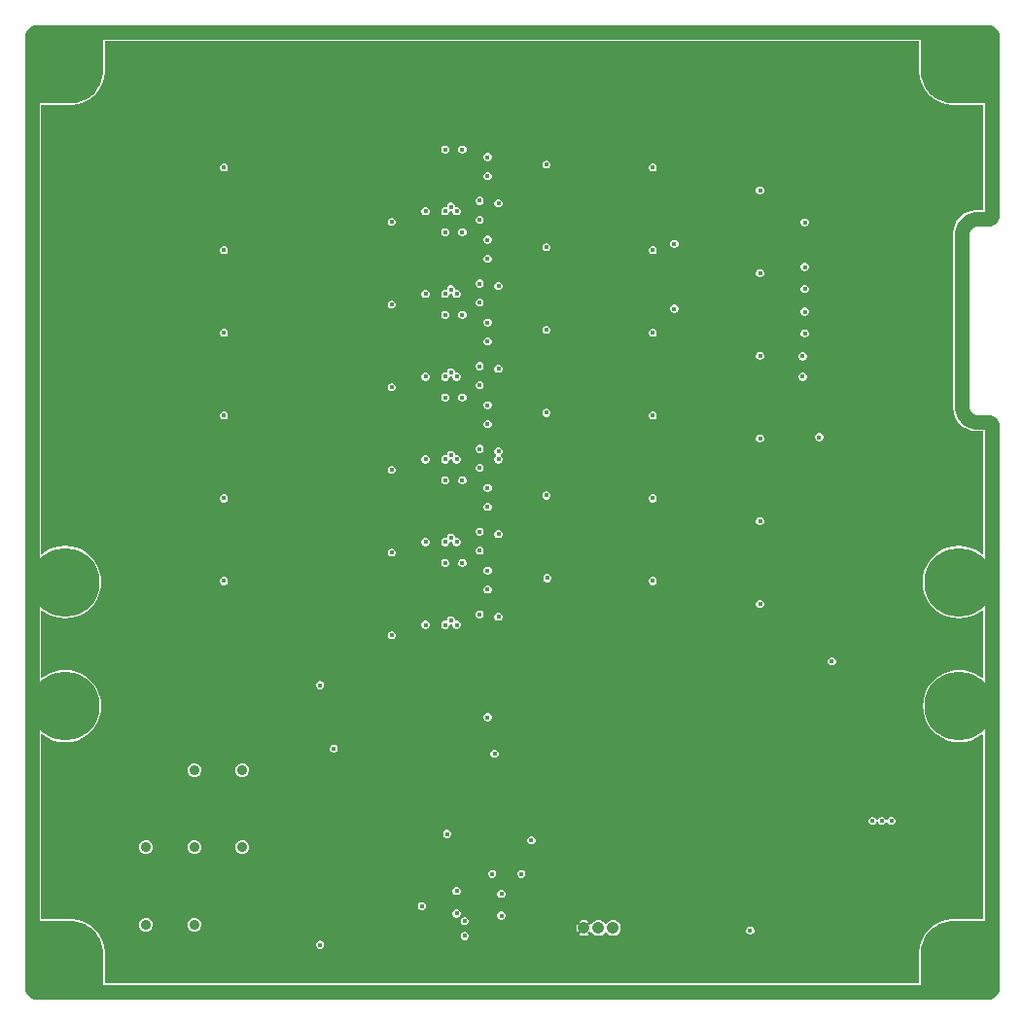
<source format=gbr>
G04*
G04 #@! TF.GenerationSoftware,Altium Limited,Altium Designer,24.1.2 (44)*
G04*
G04 Layer_Physical_Order=2*
G04 Layer_Color=36540*
%FSLAX44Y44*%
%MOMM*%
G71*
G04*
G04 #@! TF.SameCoordinates,B2B3494C-DAF2-46AE-B00F-8016F5E32D17*
G04*
G04*
G04 #@! TF.FilePolarity,Positive*
G04*
G01*
G75*
%ADD41C,1.2700*%
%ADD66C,6.0000*%
%ADD67C,0.8000*%
%ADD69C,1.0500*%
%ADD70C,0.5000*%
%ADD71C,0.4000*%
%ADD72C,0.9000*%
G36*
X843526Y781000D02*
X809293Y781000D01*
X807438Y781000D01*
X803761Y781484D01*
X800179Y782444D01*
X796752Y783863D01*
X793540Y785718D01*
X790598Y787975D01*
X787975Y790598D01*
X785718Y793540D01*
X783863Y796752D01*
X782444Y800179D01*
X781484Y803761D01*
X781000Y807438D01*
X781000Y809293D01*
X781000D01*
Y843526D01*
X843526D01*
Y781000D01*
D02*
G37*
G36*
X69000Y809293D02*
X69000D01*
X69000Y807438D01*
X68516Y803761D01*
X67556Y800179D01*
X66137Y796752D01*
X64282Y793540D01*
X62024Y790598D01*
X59402Y787975D01*
X56460Y785718D01*
X53248Y783863D01*
X49821Y782444D01*
X46239Y781484D01*
X42562Y781000D01*
X40707Y781000D01*
X6474Y781000D01*
Y843526D01*
X69000D01*
Y809293D01*
D02*
G37*
G36*
X779376D02*
X779376Y809293D01*
X779376Y807438D01*
X779419Y807335D01*
X779390Y807226D01*
X779874Y803549D01*
X779930Y803452D01*
X779916Y803341D01*
X780876Y799759D01*
X780944Y799669D01*
Y799557D01*
X782363Y796131D01*
X782443Y796052D01*
X782457Y795940D01*
X784312Y792729D01*
X784400Y792660D01*
X784430Y792552D01*
X786687Y789610D01*
X786785Y789554D01*
X786827Y789450D01*
X789450Y786827D01*
X789554Y786785D01*
X789610Y786687D01*
X792552Y784430D01*
X792660Y784401D01*
X792729Y784312D01*
X795940Y782457D01*
X796052Y782443D01*
X796131Y782363D01*
X799557Y780944D01*
X799669D01*
X799759Y780876D01*
X803341Y779916D01*
X803452Y779930D01*
X803549Y779874D01*
X807226Y779390D01*
X807335Y779419D01*
X807438Y779376D01*
X809293Y779376D01*
X835232Y779376D01*
Y687825D01*
X828860D01*
X828860Y687853D01*
X824998Y687472D01*
X821285Y686346D01*
X817862Y684517D01*
X814863Y682055D01*
X812401Y679055D01*
X810572Y675633D01*
X809445Y671919D01*
X809065Y668057D01*
X809092D01*
Y515497D01*
X809065D01*
X809445Y511635D01*
X810572Y507922D01*
X812401Y504499D01*
X814863Y501500D01*
X817862Y499038D01*
X821285Y497209D01*
X824998Y496082D01*
X828860Y495702D01*
X828860Y495729D01*
X835232D01*
Y388808D01*
X834079Y388276D01*
X832572Y389563D01*
X828345Y392154D01*
X823764Y394051D01*
X818943Y395208D01*
X814000Y395597D01*
X809057Y395208D01*
X804236Y394051D01*
X799655Y392154D01*
X795427Y389563D01*
X791657Y386343D01*
X788437Y382573D01*
X785846Y378345D01*
X783949Y373764D01*
X782792Y368943D01*
X782403Y364000D01*
X782792Y359057D01*
X783949Y354236D01*
X785846Y349655D01*
X788437Y345428D01*
X791657Y341657D01*
X795427Y338437D01*
X799655Y335846D01*
X804236Y333949D01*
X809057Y332792D01*
X814000Y332403D01*
X818943Y332792D01*
X823764Y333949D01*
X828345Y335846D01*
X832572Y338437D01*
X834079Y339724D01*
X835232Y339192D01*
Y281215D01*
X834079Y280683D01*
X833049Y281563D01*
X828822Y284153D01*
X824241Y286051D01*
X819420Y287208D01*
X814477Y287597D01*
X809534Y287208D01*
X804713Y286051D01*
X800132Y284153D01*
X795904Y281563D01*
X792134Y278343D01*
X788914Y274573D01*
X786323Y270345D01*
X784426Y265764D01*
X783269Y260943D01*
X782879Y256000D01*
X783269Y251057D01*
X784426Y246236D01*
X786323Y241655D01*
X788914Y237428D01*
X792134Y233657D01*
X795904Y230437D01*
X800132Y227847D01*
X804713Y225949D01*
X809534Y224792D01*
X814477Y224403D01*
X819420Y224792D01*
X824241Y225949D01*
X828822Y227847D01*
X833049Y230437D01*
X834079Y231317D01*
X835232Y230785D01*
Y70624D01*
X809293Y70624D01*
X807438Y70624D01*
X807335Y70581D01*
X807226Y70610D01*
X803549Y70126D01*
X803452Y70069D01*
X803341Y70084D01*
X799759Y69124D01*
X799669Y69056D01*
X799557D01*
X796131Y67637D01*
X796052Y67557D01*
X795940Y67543D01*
X792729Y65688D01*
X792660Y65599D01*
X792552Y65570D01*
X789610Y63313D01*
X789554Y63215D01*
X789450Y63173D01*
X786827Y60550D01*
X786785Y60447D01*
X786687Y60390D01*
X784430Y57448D01*
X784400Y57340D01*
X784312Y57271D01*
X782457Y54060D01*
X782443Y53948D01*
X782363Y53869D01*
X780944Y50443D01*
Y50331D01*
X780876Y50241D01*
X779916Y46659D01*
X779930Y46548D01*
X779874Y46451D01*
X779390Y42774D01*
X779419Y42665D01*
X779376Y42562D01*
X779376Y40707D01*
X779376Y40707D01*
Y14768D01*
X70624D01*
Y40707D01*
X70624Y40708D01*
X70624Y42562D01*
X70581Y42665D01*
X70610Y42774D01*
X70126Y46451D01*
X70069Y46548D01*
X70084Y46659D01*
X69124Y50241D01*
X69056Y50331D01*
Y50443D01*
X67637Y53869D01*
X67557Y53948D01*
X67543Y54060D01*
X65688Y57271D01*
X65599Y57340D01*
X65570Y57448D01*
X63313Y60390D01*
X63215Y60447D01*
X63173Y60550D01*
X60550Y63173D01*
X60447Y63215D01*
X60390Y63313D01*
X57448Y65570D01*
X57340Y65599D01*
X57271Y65688D01*
X54060Y67543D01*
X53948Y67557D01*
X53869Y67637D01*
X50443Y69056D01*
X50331D01*
X50241Y69124D01*
X46659Y70084D01*
X46548Y70069D01*
X46451Y70126D01*
X42774Y70610D01*
X42665Y70581D01*
X42562Y70624D01*
X40707Y70624D01*
X14768Y70624D01*
Y231192D01*
X15921Y231724D01*
X17428Y230437D01*
X21655Y227847D01*
X26236Y225949D01*
X31057Y224792D01*
X36000Y224403D01*
X40943Y224792D01*
X45764Y225949D01*
X50345Y227847D01*
X54573Y230437D01*
X58343Y233657D01*
X61563Y237428D01*
X64153Y241655D01*
X66051Y246236D01*
X67208Y251057D01*
X67597Y256000D01*
X67208Y260943D01*
X66051Y265764D01*
X64153Y270345D01*
X61563Y274573D01*
X58343Y278343D01*
X54573Y281563D01*
X50345Y284153D01*
X45764Y286051D01*
X40943Y287208D01*
X36000Y287597D01*
X31057Y287208D01*
X26236Y286051D01*
X21655Y284153D01*
X17428Y281563D01*
X15921Y280276D01*
X14768Y280808D01*
Y339192D01*
X15921Y339724D01*
X17428Y338437D01*
X21655Y335846D01*
X26236Y333949D01*
X31057Y332792D01*
X36000Y332403D01*
X40943Y332792D01*
X45764Y333949D01*
X50345Y335846D01*
X54573Y338437D01*
X58343Y341657D01*
X61563Y345428D01*
X64153Y349655D01*
X66051Y354236D01*
X67208Y359057D01*
X67597Y364000D01*
X67208Y368943D01*
X66051Y373764D01*
X64153Y378345D01*
X61563Y382573D01*
X58343Y386343D01*
X54573Y389563D01*
X50345Y392154D01*
X45764Y394051D01*
X40943Y395208D01*
X36000Y395597D01*
X31057Y395208D01*
X26236Y394051D01*
X21655Y392154D01*
X17428Y389563D01*
X15921Y388276D01*
X14768Y388808D01*
Y779376D01*
X40707Y779376D01*
X42562Y779376D01*
X42665Y779419D01*
X42774Y779390D01*
X46451Y779874D01*
X46548Y779930D01*
X46659Y779916D01*
X50241Y780876D01*
X50331Y780944D01*
X50443D01*
X53869Y782363D01*
X53948Y782443D01*
X54060Y782457D01*
X57271Y784312D01*
X57340Y784401D01*
X57448Y784430D01*
X60390Y786687D01*
X60447Y786785D01*
X60550Y786827D01*
X63173Y789450D01*
X63215Y789554D01*
X63313Y789610D01*
X65570Y792552D01*
X65599Y792660D01*
X65688Y792729D01*
X67543Y795940D01*
X67557Y796052D01*
X67637Y796131D01*
X69056Y799557D01*
Y799669D01*
X69124Y799759D01*
X70084Y803341D01*
X70069Y803452D01*
X70126Y803549D01*
X70610Y807226D01*
X70581Y807335D01*
X70624Y807438D01*
X70624Y809292D01*
X70624Y809293D01*
Y835232D01*
X779376D01*
Y809293D01*
D02*
G37*
G36*
X843526Y6474D02*
X781000D01*
Y40707D01*
X781000Y40707D01*
X781000Y40707D01*
X781000Y42562D01*
X781484Y46239D01*
X782444Y49821D01*
X783863Y53248D01*
X785718Y56460D01*
X787975Y59402D01*
X790598Y62024D01*
X793540Y64282D01*
X796752Y66137D01*
X800179Y67556D01*
X803761Y68516D01*
X807438Y69000D01*
X809293Y69000D01*
X843526Y69000D01*
Y6474D01*
D02*
G37*
G36*
X40707Y69000D02*
X42562Y69000D01*
X46239Y68516D01*
X49821Y67556D01*
X53248Y66137D01*
X56460Y64282D01*
X59402Y62024D01*
X62024Y59402D01*
X64282Y56460D01*
X66137Y53248D01*
X67556Y49821D01*
X68516Y46239D01*
X69000Y42562D01*
X69000Y40707D01*
X69000D01*
X69000Y40707D01*
Y6474D01*
X6474D01*
Y69000D01*
X40707Y69000D01*
D02*
G37*
%LPC*%
G36*
X823842Y840620D02*
X821845Y840620D01*
X822542Y838937D01*
X820195Y837965D01*
X819498Y839648D01*
X818085Y838235D01*
X817248Y836214D01*
X817248Y834216D01*
X818931Y834913D01*
X819903Y832567D01*
X818220Y831870D01*
X819633Y830457D01*
X821654Y829620D01*
X823652Y829620D01*
X822955Y831302D01*
X825301Y832274D01*
X825998Y830592D01*
X827411Y832004D01*
X828248Y834026D01*
X828248Y836023D01*
X826566Y835327D01*
X825594Y837673D01*
X827276Y838370D01*
X825864Y839782D01*
X823842Y840620D01*
D02*
G37*
G36*
X804158Y840620D02*
X802136Y839783D01*
X800724Y838370D01*
X802406Y837673D01*
X801434Y835327D01*
X799752Y836023D01*
X799752Y834026D01*
X800589Y832004D01*
X802002Y830592D01*
X802699Y832274D01*
X805045Y831302D01*
X804348Y829620D01*
X806346Y829620D01*
X808367Y830457D01*
X809780Y831870D01*
X808097Y832567D01*
X809069Y834913D01*
X810752Y834216D01*
X810752Y836214D01*
X809914Y838235D01*
X808502Y839648D01*
X807805Y837965D01*
X805459Y838937D01*
X806155Y840620D01*
X804158Y840620D01*
D02*
G37*
G36*
X793974Y828248D02*
X791977Y828248D01*
X792673Y826566D01*
X790327Y825594D01*
X789630Y827276D01*
X788217Y825864D01*
X787380Y823842D01*
X787380Y821845D01*
X789063Y822542D01*
X790035Y820195D01*
X788352Y819498D01*
X789765Y818085D01*
X791786Y817248D01*
X793784Y817248D01*
X793087Y818931D01*
X795433Y819903D01*
X796130Y818220D01*
X797543Y819633D01*
X798380Y821654D01*
X798380Y823652D01*
X796698Y822955D01*
X795726Y825301D01*
X797408Y825998D01*
X795996Y827411D01*
X793974Y828248D01*
D02*
G37*
G36*
X834026D02*
X832004Y827411D01*
X830592Y825998D01*
X832274Y825301D01*
X831302Y822955D01*
X829620Y823652D01*
X829620Y821654D01*
X830457Y819633D01*
X831870Y818220D01*
X832567Y819903D01*
X834913Y818931D01*
X834216Y817248D01*
X836214Y817248D01*
X838235Y818085D01*
X839648Y819498D01*
X837965Y820195D01*
X838937Y822542D01*
X840620Y821845D01*
X840620Y823842D01*
X839783Y825864D01*
X838370Y827276D01*
X837673Y825594D01*
X835327Y826566D01*
X836023Y828248D01*
X834026Y828248D01*
D02*
G37*
G36*
X836214Y810752D02*
X834216Y810752D01*
X834913Y809069D01*
X832567Y808097D01*
X831870Y809780D01*
X830457Y808367D01*
X829620Y806346D01*
X829620Y804348D01*
X831302Y805045D01*
X832274Y802699D01*
X830592Y802002D01*
X832004Y800589D01*
X834026Y799752D01*
X836023Y799752D01*
X835327Y801434D01*
X837673Y802406D01*
X838370Y800724D01*
X839782Y802136D01*
X840620Y804158D01*
X840620Y806155D01*
X838937Y805459D01*
X837965Y807805D01*
X839648Y808502D01*
X838235Y809914D01*
X836214Y810752D01*
D02*
G37*
G36*
X791786D02*
X789765Y809914D01*
X788352Y808502D01*
X790035Y807805D01*
X789063Y805459D01*
X787380Y806155D01*
X787380Y804158D01*
X788217Y802136D01*
X789630Y800724D01*
X790327Y802406D01*
X792673Y801434D01*
X791977Y799752D01*
X793974Y799752D01*
X795996Y800589D01*
X797408Y802002D01*
X795726Y802699D01*
X796698Y805045D01*
X798380Y804348D01*
X798380Y806346D01*
X797543Y808367D01*
X796130Y809780D01*
X795433Y808097D01*
X793087Y809069D01*
X793784Y810752D01*
X791786Y810752D01*
D02*
G37*
G36*
X806346Y798380D02*
X804348Y798380D01*
X805045Y796698D01*
X802699Y795726D01*
X802002Y797408D01*
X800589Y795996D01*
X799752Y793974D01*
X799752Y791977D01*
X801434Y792673D01*
X802406Y790327D01*
X800724Y789630D01*
X802136Y788217D01*
X804158Y787380D01*
X806155Y787380D01*
X805459Y789063D01*
X807805Y790035D01*
X808502Y788352D01*
X809914Y789765D01*
X810752Y791786D01*
X810752Y793784D01*
X809069Y793087D01*
X808097Y795433D01*
X809780Y796130D01*
X808367Y797543D01*
X806346Y798380D01*
D02*
G37*
G36*
X821654Y798380D02*
X819633Y797543D01*
X818220Y796130D01*
X819903Y795433D01*
X818931Y793087D01*
X817248Y793784D01*
X817248Y791786D01*
X818085Y789765D01*
X819498Y788352D01*
X820195Y790035D01*
X822542Y789063D01*
X821845Y787380D01*
X823842Y787380D01*
X825864Y788217D01*
X827276Y789630D01*
X825594Y790327D01*
X826566Y792673D01*
X828248Y791977D01*
X828248Y793974D01*
X827411Y795996D01*
X825998Y797408D01*
X825301Y795726D01*
X822955Y796698D01*
X823652Y798380D01*
X821654Y798380D01*
D02*
G37*
G36*
X45842Y840620D02*
X43845Y840620D01*
X44542Y838937D01*
X42195Y837965D01*
X41498Y839648D01*
X40086Y838235D01*
X39248Y836214D01*
X39248Y834216D01*
X40931Y834913D01*
X41903Y832567D01*
X40220Y831870D01*
X41633Y830457D01*
X43654Y829620D01*
X45652Y829620D01*
X44955Y831302D01*
X47301Y832274D01*
X47998Y830592D01*
X49411Y832004D01*
X50248Y834026D01*
X50248Y836023D01*
X48566Y835327D01*
X47594Y837673D01*
X49276Y838370D01*
X47864Y839782D01*
X45842Y840620D01*
D02*
G37*
G36*
X26158Y840620D02*
X24136Y839783D01*
X22724Y838370D01*
X24406Y837673D01*
X23434Y835327D01*
X21752Y836023D01*
X21752Y834026D01*
X22589Y832004D01*
X24002Y830592D01*
X24699Y832274D01*
X27045Y831302D01*
X26348Y829620D01*
X28346Y829620D01*
X30367Y830457D01*
X31780Y831870D01*
X30097Y832567D01*
X31069Y834913D01*
X32752Y834216D01*
X32752Y836214D01*
X31915Y838235D01*
X30502Y839648D01*
X29805Y837965D01*
X27459Y838937D01*
X28155Y840620D01*
X26158Y840620D01*
D02*
G37*
G36*
X15974Y828248D02*
X13977Y828248D01*
X14674Y826566D01*
X12327Y825594D01*
X11630Y827276D01*
X10217Y825864D01*
X9380Y823842D01*
X9380Y821845D01*
X11063Y822542D01*
X12035Y820195D01*
X10352Y819498D01*
X11765Y818085D01*
X13786Y817248D01*
X15784Y817248D01*
X15087Y818931D01*
X17433Y819903D01*
X18130Y818220D01*
X19543Y819633D01*
X20380Y821654D01*
X20380Y823652D01*
X18698Y822955D01*
X17726Y825301D01*
X19408Y825998D01*
X17996Y827411D01*
X15974Y828248D01*
D02*
G37*
G36*
X56026D02*
X54004Y827411D01*
X52592Y825998D01*
X54274Y825301D01*
X53302Y822955D01*
X51620Y823652D01*
X51620Y821654D01*
X52457Y819633D01*
X53870Y818220D01*
X54567Y819903D01*
X56913Y818931D01*
X56216Y817248D01*
X58214Y817248D01*
X60235Y818085D01*
X61648Y819498D01*
X59965Y820195D01*
X60937Y822542D01*
X62620Y821845D01*
X62620Y823842D01*
X61783Y825864D01*
X60370Y827276D01*
X59673Y825594D01*
X57326Y826566D01*
X58023Y828248D01*
X56026Y828248D01*
D02*
G37*
G36*
X58214Y810752D02*
X56216Y810752D01*
X56913Y809069D01*
X54567Y808097D01*
X53870Y809780D01*
X52457Y808367D01*
X51620Y806346D01*
X51620Y804348D01*
X53302Y805045D01*
X54274Y802699D01*
X52592Y802002D01*
X54004Y800589D01*
X56026Y799752D01*
X58023Y799752D01*
X57326Y801434D01*
X59673Y802406D01*
X60370Y800724D01*
X61783Y802136D01*
X62620Y804158D01*
X62620Y806155D01*
X60937Y805459D01*
X59965Y807805D01*
X61648Y808502D01*
X60235Y809914D01*
X58214Y810752D01*
D02*
G37*
G36*
X13786D02*
X11765Y809914D01*
X10352Y808502D01*
X12035Y807805D01*
X11063Y805459D01*
X9380Y806155D01*
X9380Y804158D01*
X10217Y802136D01*
X11630Y800724D01*
X12327Y802406D01*
X14674Y801434D01*
X13977Y799752D01*
X15974Y799752D01*
X17996Y800589D01*
X19408Y802002D01*
X17726Y802699D01*
X18698Y805045D01*
X20380Y804348D01*
X20380Y806346D01*
X19543Y808367D01*
X18130Y809780D01*
X17433Y808097D01*
X15087Y809069D01*
X15784Y810752D01*
X13786Y810752D01*
D02*
G37*
G36*
X28346Y798380D02*
X26348Y798380D01*
X27045Y796698D01*
X24699Y795726D01*
X24002Y797408D01*
X22589Y795996D01*
X21752Y793974D01*
X21752Y791977D01*
X23434Y792673D01*
X24406Y790327D01*
X22724Y789630D01*
X24136Y788217D01*
X26158Y787380D01*
X28155Y787380D01*
X27459Y789063D01*
X29805Y790035D01*
X30502Y788352D01*
X31915Y789765D01*
X32752Y791786D01*
X32752Y793784D01*
X31069Y793087D01*
X30097Y795433D01*
X31780Y796130D01*
X30367Y797543D01*
X28346Y798380D01*
D02*
G37*
G36*
X43654Y798380D02*
X41633Y797543D01*
X40220Y796130D01*
X41903Y795433D01*
X40931Y793087D01*
X39248Y793784D01*
X39248Y791786D01*
X40086Y789765D01*
X41498Y788352D01*
X42195Y790035D01*
X44542Y789063D01*
X43845Y787380D01*
X45842Y787380D01*
X47864Y788217D01*
X49276Y789630D01*
X47594Y790327D01*
X48566Y792673D01*
X50248Y791977D01*
X50248Y793974D01*
X49411Y795996D01*
X47998Y797408D01*
X47301Y795726D01*
X44955Y796698D01*
X45652Y798380D01*
X43654Y798380D01*
D02*
G37*
G36*
X382546Y744184D02*
X381154D01*
X379868Y743651D01*
X378883Y742667D01*
X378350Y741380D01*
Y739988D01*
X378883Y738701D01*
X379868Y737717D01*
X381154Y737184D01*
X382546D01*
X383833Y737717D01*
X384817Y738701D01*
X385350Y739988D01*
Y741380D01*
X384817Y742667D01*
X383833Y743651D01*
X382546Y744184D01*
D02*
G37*
G36*
X367546D02*
X366154D01*
X364867Y743651D01*
X363883Y742667D01*
X363350Y741380D01*
Y739988D01*
X363883Y738701D01*
X364867Y737717D01*
X366154Y737184D01*
X367546D01*
X368833Y737717D01*
X369817Y738701D01*
X370350Y739988D01*
Y741380D01*
X369817Y742667D01*
X368833Y743651D01*
X367546Y744184D01*
D02*
G37*
G36*
X404556Y737524D02*
X403164D01*
X401877Y736991D01*
X400893Y736007D01*
X400360Y734720D01*
Y733328D01*
X400893Y732041D01*
X401877Y731057D01*
X403164Y730524D01*
X404556D01*
X405843Y731057D01*
X406827Y732041D01*
X407360Y733328D01*
Y734720D01*
X406827Y736007D01*
X405843Y736991D01*
X404556Y737524D01*
D02*
G37*
G36*
X455695Y731000D02*
X454303D01*
X453016Y730467D01*
X452032Y729483D01*
X451499Y728196D01*
Y726804D01*
X452032Y725517D01*
X453016Y724533D01*
X454303Y724000D01*
X455695D01*
X456982Y724533D01*
X457966Y725517D01*
X458499Y726804D01*
Y728196D01*
X457966Y729483D01*
X456982Y730467D01*
X455695Y731000D01*
D02*
G37*
G36*
X548320Y728500D02*
X546928D01*
X545641Y727967D01*
X544657Y726982D01*
X544124Y725696D01*
Y724304D01*
X544657Y723017D01*
X545641Y722033D01*
X546928Y721500D01*
X548320D01*
X549607Y722033D01*
X550591Y723017D01*
X551124Y724304D01*
Y725696D01*
X550591Y726982D01*
X549607Y727967D01*
X548320Y728500D01*
D02*
G37*
G36*
X174960D02*
X173568D01*
X172281Y727967D01*
X171297Y726982D01*
X170764Y725696D01*
Y724304D01*
X171297Y723017D01*
X172281Y722033D01*
X173568Y721500D01*
X174960D01*
X176247Y722033D01*
X177231Y723017D01*
X177764Y724304D01*
Y725696D01*
X177231Y726982D01*
X176247Y727967D01*
X174960Y728500D01*
D02*
G37*
G36*
X404556Y721050D02*
X403164D01*
X401877Y720517D01*
X400893Y719533D01*
X400360Y718246D01*
Y716854D01*
X400893Y715567D01*
X401877Y714583D01*
X403164Y714050D01*
X404556D01*
X405843Y714583D01*
X406827Y715567D01*
X407360Y716854D01*
Y718246D01*
X406827Y719533D01*
X405843Y720517D01*
X404556Y721050D01*
D02*
G37*
G36*
X641660Y708500D02*
X640268D01*
X638981Y707967D01*
X637997Y706982D01*
X637464Y705696D01*
Y704304D01*
X637997Y703017D01*
X638981Y702033D01*
X640268Y701500D01*
X641660D01*
X642947Y702033D01*
X643931Y703017D01*
X644464Y704304D01*
Y705696D01*
X643931Y706982D01*
X642947Y707967D01*
X641660Y708500D01*
D02*
G37*
G36*
X397612Y699476D02*
X396220D01*
X394933Y698943D01*
X393949Y697959D01*
X393416Y696672D01*
Y695280D01*
X393949Y693993D01*
X394933Y693009D01*
X396220Y692476D01*
X397612D01*
X398899Y693009D01*
X399883Y693993D01*
X400416Y695280D01*
Y696672D01*
X399883Y697959D01*
X398899Y698943D01*
X397612Y699476D01*
D02*
G37*
G36*
X413938Y697287D02*
X412545D01*
X411259Y696754D01*
X410275Y695770D01*
X409742Y694483D01*
Y693091D01*
X410275Y691804D01*
X411259Y690820D01*
X412545Y690287D01*
X413938D01*
X415224Y690820D01*
X416209Y691804D01*
X416742Y693091D01*
Y694483D01*
X416209Y695770D01*
X415224Y696754D01*
X413938Y697287D01*
D02*
G37*
G36*
X372546Y694314D02*
X371154D01*
X369868Y693781D01*
X368883Y692797D01*
X368350Y691510D01*
Y691358D01*
X367546Y690316D01*
X366154D01*
X364867Y689783D01*
X363883Y688799D01*
X363350Y687512D01*
Y686120D01*
X363883Y684833D01*
X364867Y683849D01*
X366154Y683316D01*
X367546D01*
X368833Y683849D01*
X369817Y684833D01*
X370350Y686120D01*
Y686273D01*
X371154Y687314D01*
X372546D01*
X373350Y686273D01*
Y686118D01*
X373883Y684832D01*
X374867Y683847D01*
X376154Y683314D01*
X377546D01*
X378833Y683847D01*
X379817Y684832D01*
X380350Y686118D01*
Y687511D01*
X379817Y688797D01*
X378833Y689781D01*
X377546Y690314D01*
X376154D01*
X375350Y691356D01*
Y691510D01*
X374817Y692797D01*
X373833Y693781D01*
X372546Y694314D01*
D02*
G37*
G36*
X350474Y690314D02*
X349082D01*
X347795Y689781D01*
X346811Y688797D01*
X346278Y687511D01*
Y686118D01*
X346811Y684832D01*
X347795Y683847D01*
X349082Y683314D01*
X350474D01*
X351761Y683847D01*
X352745Y684832D01*
X353278Y686118D01*
Y687511D01*
X352745Y688797D01*
X351761Y689781D01*
X350474Y690314D01*
D02*
G37*
G36*
X397612Y682950D02*
X396220D01*
X394933Y682417D01*
X393949Y681433D01*
X393416Y680146D01*
Y678754D01*
X393949Y677467D01*
X394933Y676483D01*
X396220Y675950D01*
X397612D01*
X398899Y676483D01*
X399883Y677467D01*
X400416Y678754D01*
Y680146D01*
X399883Y681433D01*
X398899Y682417D01*
X397612Y682950D01*
D02*
G37*
G36*
X321155Y681252D02*
X319762D01*
X318476Y680719D01*
X317491Y679734D01*
X316959Y678448D01*
Y677055D01*
X317491Y675769D01*
X318476Y674784D01*
X319762Y674252D01*
X321155D01*
X322441Y674784D01*
X323426Y675769D01*
X323959Y677055D01*
Y678448D01*
X323426Y679734D01*
X322441Y680719D01*
X321155Y681252D01*
D02*
G37*
G36*
X680680Y680711D02*
X679288D01*
X678001Y680179D01*
X677017Y679194D01*
X676484Y677908D01*
Y676515D01*
X677017Y675229D01*
X678001Y674244D01*
X679288Y673711D01*
X680680D01*
X681967Y674244D01*
X682951Y675229D01*
X683484Y676515D01*
Y677908D01*
X682951Y679194D01*
X681967Y680179D01*
X680680Y680711D01*
D02*
G37*
G36*
X382546Y672184D02*
X381154D01*
X379868Y671651D01*
X378883Y670667D01*
X378350Y669380D01*
Y667988D01*
X378883Y666701D01*
X379868Y665717D01*
X381154Y665184D01*
X382546D01*
X383833Y665717D01*
X384817Y666701D01*
X385350Y667988D01*
Y669380D01*
X384817Y670667D01*
X383833Y671651D01*
X382546Y672184D01*
D02*
G37*
G36*
X367546D02*
X366154D01*
X364867Y671651D01*
X363883Y670667D01*
X363350Y669380D01*
Y667988D01*
X363883Y666701D01*
X364867Y665717D01*
X366154Y665184D01*
X367546D01*
X368833Y665717D01*
X369817Y666701D01*
X370350Y667988D01*
Y669380D01*
X369817Y670667D01*
X368833Y671651D01*
X367546Y672184D01*
D02*
G37*
G36*
X404556Y665524D02*
X403164D01*
X401877Y664991D01*
X400893Y664007D01*
X400360Y662720D01*
Y661328D01*
X400893Y660041D01*
X401877Y659057D01*
X403164Y658524D01*
X404556D01*
X405843Y659057D01*
X406827Y660041D01*
X407360Y661328D01*
Y662720D01*
X406827Y664007D01*
X405843Y664991D01*
X404556Y665524D01*
D02*
G37*
G36*
X567116Y661994D02*
X565724D01*
X564437Y661461D01*
X563453Y660477D01*
X562920Y659190D01*
Y657798D01*
X563453Y656511D01*
X564437Y655527D01*
X565724Y654994D01*
X567116D01*
X568403Y655527D01*
X569387Y656511D01*
X569920Y657798D01*
Y659190D01*
X569387Y660477D01*
X568403Y661461D01*
X567116Y661994D01*
D02*
G37*
G36*
X455695Y659000D02*
X454303D01*
X453016Y658467D01*
X452032Y657483D01*
X451499Y656196D01*
Y654804D01*
X452032Y653517D01*
X453016Y652533D01*
X454303Y652000D01*
X455695D01*
X456982Y652533D01*
X457966Y653517D01*
X458499Y654804D01*
Y656196D01*
X457966Y657483D01*
X456982Y658467D01*
X455695Y659000D01*
D02*
G37*
G36*
X548320Y656500D02*
X546928D01*
X545641Y655967D01*
X544657Y654983D01*
X544124Y653696D01*
Y652304D01*
X544657Y651017D01*
X545641Y650033D01*
X546928Y649500D01*
X548320D01*
X549607Y650033D01*
X550591Y651017D01*
X551124Y652304D01*
Y653696D01*
X550591Y654983D01*
X549607Y655967D01*
X548320Y656500D01*
D02*
G37*
G36*
X174960D02*
X173568D01*
X172281Y655967D01*
X171297Y654983D01*
X170764Y653696D01*
Y652304D01*
X171297Y651017D01*
X172281Y650033D01*
X173568Y649500D01*
X174960D01*
X176247Y650033D01*
X177231Y651017D01*
X177764Y652304D01*
Y653696D01*
X177231Y654983D01*
X176247Y655967D01*
X174960Y656500D01*
D02*
G37*
G36*
X404556Y649050D02*
X403164D01*
X401877Y648517D01*
X400893Y647533D01*
X400360Y646246D01*
Y644854D01*
X400893Y643567D01*
X401877Y642583D01*
X403164Y642050D01*
X404556D01*
X405843Y642583D01*
X406827Y643567D01*
X407360Y644854D01*
Y646246D01*
X406827Y647533D01*
X405843Y648517D01*
X404556Y649050D01*
D02*
G37*
G36*
X680680Y641820D02*
X679288D01*
X678001Y641287D01*
X677017Y640302D01*
X676484Y639016D01*
Y637623D01*
X677017Y636337D01*
X678001Y635352D01*
X679288Y634820D01*
X680680D01*
X681967Y635352D01*
X682951Y636337D01*
X683484Y637623D01*
Y639016D01*
X682951Y640302D01*
X681967Y641287D01*
X680680Y641820D01*
D02*
G37*
G36*
X641660Y636500D02*
X640268D01*
X638981Y635967D01*
X637997Y634983D01*
X637464Y633696D01*
Y632304D01*
X637997Y631017D01*
X638981Y630033D01*
X640268Y629500D01*
X641660D01*
X642947Y630033D01*
X643931Y631017D01*
X644464Y632304D01*
Y633696D01*
X643931Y634983D01*
X642947Y635967D01*
X641660Y636500D01*
D02*
G37*
G36*
X397612Y627476D02*
X396220D01*
X394933Y626943D01*
X393949Y625959D01*
X393416Y624672D01*
Y623280D01*
X393949Y621993D01*
X394933Y621009D01*
X396220Y620476D01*
X397612D01*
X398899Y621009D01*
X399883Y621993D01*
X400416Y623280D01*
Y624672D01*
X399883Y625959D01*
X398899Y626943D01*
X397612Y627476D01*
D02*
G37*
G36*
X413938Y625287D02*
X412545D01*
X411259Y624754D01*
X410275Y623769D01*
X409742Y622483D01*
Y621091D01*
X410275Y619804D01*
X411259Y618820D01*
X412545Y618287D01*
X413938D01*
X415224Y618820D01*
X416209Y619804D01*
X416742Y621091D01*
Y622483D01*
X416209Y623769D01*
X415224Y624754D01*
X413938Y625287D01*
D02*
G37*
G36*
X680680Y622820D02*
X679288D01*
X678001Y622287D01*
X677017Y621302D01*
X676484Y620016D01*
Y618623D01*
X677017Y617337D01*
X678001Y616352D01*
X679288Y615820D01*
X680680D01*
X681967Y616352D01*
X682951Y617337D01*
X683484Y618623D01*
Y620016D01*
X682951Y621302D01*
X681967Y622287D01*
X680680Y622820D01*
D02*
G37*
G36*
X372546Y622314D02*
X371154D01*
X369868Y621781D01*
X368883Y620797D01*
X368350Y619510D01*
Y619358D01*
X367546Y618316D01*
X366154D01*
X364867Y617783D01*
X363883Y616799D01*
X363350Y615512D01*
Y614120D01*
X363883Y612833D01*
X364867Y611849D01*
X366154Y611316D01*
X367546D01*
X368833Y611849D01*
X369817Y612833D01*
X370350Y614120D01*
Y614272D01*
X371154Y615314D01*
X372546D01*
X373350Y614272D01*
Y614118D01*
X373883Y612832D01*
X374867Y611847D01*
X376154Y611314D01*
X377546D01*
X378833Y611847D01*
X379817Y612832D01*
X380350Y614118D01*
Y615511D01*
X379817Y616797D01*
X378833Y617782D01*
X377546Y618314D01*
X376154D01*
X375350Y619356D01*
Y619510D01*
X374817Y620797D01*
X373833Y621781D01*
X372546Y622314D01*
D02*
G37*
G36*
X350474Y618314D02*
X349082D01*
X347795Y617782D01*
X346811Y616797D01*
X346278Y615511D01*
Y614118D01*
X346811Y612832D01*
X347795Y611847D01*
X349082Y611314D01*
X350474D01*
X351761Y611847D01*
X352745Y612832D01*
X353278Y614118D01*
Y615511D01*
X352745Y616797D01*
X351761Y617782D01*
X350474Y618314D01*
D02*
G37*
G36*
X397612Y610950D02*
X396220D01*
X394933Y610417D01*
X393949Y609433D01*
X393416Y608146D01*
Y606754D01*
X393949Y605467D01*
X394933Y604483D01*
X396220Y603950D01*
X397612D01*
X398899Y604483D01*
X399883Y605467D01*
X400416Y606754D01*
Y608146D01*
X399883Y609433D01*
X398899Y610417D01*
X397612Y610950D01*
D02*
G37*
G36*
X321154Y609250D02*
X319762D01*
X318475Y608717D01*
X317491Y607733D01*
X316958Y606446D01*
Y605054D01*
X317491Y603767D01*
X318475Y602783D01*
X319762Y602250D01*
X321154D01*
X322441Y602783D01*
X323425Y603767D01*
X323958Y605054D01*
Y606446D01*
X323425Y607733D01*
X322441Y608717D01*
X321154Y609250D01*
D02*
G37*
G36*
X567116Y605480D02*
X565724D01*
X564437Y604947D01*
X563453Y603963D01*
X562920Y602676D01*
Y601284D01*
X563453Y599997D01*
X564437Y599013D01*
X565724Y598480D01*
X567116D01*
X568403Y599013D01*
X569387Y599997D01*
X569920Y601284D01*
Y602676D01*
X569387Y603963D01*
X568403Y604947D01*
X567116Y605480D01*
D02*
G37*
G36*
X680680Y602928D02*
X679288D01*
X678001Y602395D01*
X677017Y601410D01*
X676484Y600124D01*
Y598732D01*
X677017Y597445D01*
X678001Y596461D01*
X679288Y595928D01*
X680680D01*
X681967Y596461D01*
X682951Y597445D01*
X683484Y598732D01*
Y600124D01*
X682951Y601410D01*
X681967Y602395D01*
X680680Y602928D01*
D02*
G37*
G36*
X382546Y600184D02*
X381154D01*
X379868Y599651D01*
X378883Y598667D01*
X378350Y597380D01*
Y595988D01*
X378883Y594701D01*
X379868Y593717D01*
X381154Y593184D01*
X382546D01*
X383833Y593717D01*
X384817Y594701D01*
X385350Y595988D01*
Y597380D01*
X384817Y598667D01*
X383833Y599651D01*
X382546Y600184D01*
D02*
G37*
G36*
X367546D02*
X366154D01*
X364867Y599651D01*
X363883Y598667D01*
X363350Y597380D01*
Y595988D01*
X363883Y594701D01*
X364867Y593717D01*
X366154Y593184D01*
X367546D01*
X368833Y593717D01*
X369817Y594701D01*
X370350Y595988D01*
Y597380D01*
X369817Y598667D01*
X368833Y599651D01*
X367546Y600184D01*
D02*
G37*
G36*
X404556Y593524D02*
X403164D01*
X401877Y592991D01*
X400893Y592007D01*
X400360Y590720D01*
Y589328D01*
X400893Y588041D01*
X401877Y587057D01*
X403164Y586524D01*
X404556D01*
X405843Y587057D01*
X406827Y588041D01*
X407360Y589328D01*
Y590720D01*
X406827Y592007D01*
X405843Y592991D01*
X404556Y593524D01*
D02*
G37*
G36*
X455695Y587000D02*
X454303D01*
X453016Y586467D01*
X452032Y585482D01*
X451499Y584196D01*
Y582804D01*
X452032Y581517D01*
X453016Y580533D01*
X454303Y580000D01*
X455695D01*
X456982Y580533D01*
X457966Y581517D01*
X458499Y582804D01*
Y584196D01*
X457966Y585482D01*
X456982Y586467D01*
X455695Y587000D01*
D02*
G37*
G36*
X548320Y584500D02*
X546928D01*
X545641Y583967D01*
X544657Y582982D01*
X544124Y581696D01*
Y580304D01*
X544657Y579017D01*
X545641Y578033D01*
X546928Y577500D01*
X548320D01*
X549607Y578033D01*
X550591Y579017D01*
X551124Y580304D01*
Y581696D01*
X550591Y582982D01*
X549607Y583967D01*
X548320Y584500D01*
D02*
G37*
G36*
X174960D02*
X173568D01*
X172281Y583967D01*
X171297Y582982D01*
X170764Y581696D01*
Y580304D01*
X171297Y579017D01*
X172281Y578033D01*
X173568Y577500D01*
X174960D01*
X176247Y578033D01*
X177231Y579017D01*
X177764Y580304D01*
Y581696D01*
X177231Y582982D01*
X176247Y583967D01*
X174960Y584500D01*
D02*
G37*
G36*
X680680Y583928D02*
X679288D01*
X678001Y583395D01*
X677017Y582410D01*
X676484Y581124D01*
Y579732D01*
X677017Y578445D01*
X678001Y577461D01*
X679288Y576928D01*
X680680D01*
X681967Y577461D01*
X682951Y578445D01*
X683484Y579732D01*
Y581124D01*
X682951Y582410D01*
X681967Y583395D01*
X680680Y583928D01*
D02*
G37*
G36*
X404556Y577050D02*
X403164D01*
X401877Y576517D01*
X400893Y575533D01*
X400360Y574246D01*
Y572854D01*
X400893Y571567D01*
X401877Y570583D01*
X403164Y570050D01*
X404556D01*
X405843Y570583D01*
X406827Y571567D01*
X407360Y572854D01*
Y574246D01*
X406827Y575533D01*
X405843Y576517D01*
X404556Y577050D01*
D02*
G37*
G36*
X641660Y564500D02*
X640268D01*
X638981Y563967D01*
X637997Y562982D01*
X637464Y561696D01*
Y560304D01*
X637997Y559017D01*
X638981Y558033D01*
X640268Y557500D01*
X641660D01*
X642947Y558033D01*
X643931Y559017D01*
X644464Y560304D01*
Y561696D01*
X643931Y562982D01*
X642947Y563967D01*
X641660Y564500D01*
D02*
G37*
G36*
X678876Y564036D02*
X677484D01*
X676197Y563503D01*
X675213Y562519D01*
X674680Y561232D01*
Y559840D01*
X675213Y558553D01*
X676197Y557569D01*
X677484Y557036D01*
X678876D01*
X680163Y557569D01*
X681147Y558553D01*
X681680Y559840D01*
Y561232D01*
X681147Y562519D01*
X680163Y563503D01*
X678876Y564036D01*
D02*
G37*
G36*
X397612Y555476D02*
X396220D01*
X394933Y554943D01*
X393949Y553959D01*
X393416Y552672D01*
Y551280D01*
X393949Y549993D01*
X394933Y549009D01*
X396220Y548476D01*
X397612D01*
X398899Y549009D01*
X399883Y549993D01*
X400416Y551280D01*
Y552672D01*
X399883Y553959D01*
X398899Y554943D01*
X397612Y555476D01*
D02*
G37*
G36*
X413938Y553287D02*
X412545D01*
X411259Y552754D01*
X410275Y551769D01*
X409742Y550483D01*
Y549091D01*
X410275Y547804D01*
X411259Y546820D01*
X412545Y546287D01*
X413938D01*
X415224Y546820D01*
X416209Y547804D01*
X416742Y549091D01*
Y550483D01*
X416209Y551769D01*
X415224Y552754D01*
X413938Y553287D01*
D02*
G37*
G36*
X678876Y546314D02*
X677484D01*
X676197Y545782D01*
X675213Y544797D01*
X674680Y543511D01*
Y542118D01*
X675213Y540832D01*
X676197Y539847D01*
X677484Y539314D01*
X678876D01*
X680163Y539847D01*
X681147Y540832D01*
X681680Y542118D01*
Y543511D01*
X681147Y544797D01*
X680163Y545782D01*
X678876Y546314D01*
D02*
G37*
G36*
X372546Y550314D02*
X371154D01*
X369868Y549781D01*
X368883Y548797D01*
X368350Y547510D01*
Y547358D01*
X367546Y546316D01*
X366154D01*
X364867Y545783D01*
X363883Y544799D01*
X363350Y543512D01*
Y542120D01*
X363883Y540833D01*
X364867Y539849D01*
X366154Y539316D01*
X367546D01*
X368833Y539849D01*
X369817Y540833D01*
X370350Y542120D01*
Y542272D01*
X371154Y543314D01*
X372546D01*
X373350Y542272D01*
Y542118D01*
X373883Y540832D01*
X374867Y539847D01*
X376154Y539314D01*
X377546D01*
X378833Y539847D01*
X379817Y540832D01*
X380350Y542118D01*
Y543511D01*
X379817Y544797D01*
X378833Y545782D01*
X377546Y546314D01*
X376154D01*
X375350Y547356D01*
Y547510D01*
X374817Y548797D01*
X373833Y549781D01*
X372546Y550314D01*
D02*
G37*
G36*
X350474Y546314D02*
X349082D01*
X347795Y545782D01*
X346811Y544797D01*
X346278Y543511D01*
Y542118D01*
X346811Y540832D01*
X347795Y539847D01*
X349082Y539314D01*
X350474D01*
X351761Y539847D01*
X352745Y540832D01*
X353278Y542118D01*
Y543511D01*
X352745Y544797D01*
X351761Y545782D01*
X350474Y546314D01*
D02*
G37*
G36*
X397612Y538950D02*
X396220D01*
X394933Y538417D01*
X393949Y537433D01*
X393416Y536146D01*
Y534754D01*
X393949Y533467D01*
X394933Y532483D01*
X396220Y531950D01*
X397612D01*
X398899Y532483D01*
X399883Y533467D01*
X400416Y534754D01*
Y536146D01*
X399883Y537433D01*
X398899Y538417D01*
X397612Y538950D01*
D02*
G37*
G36*
X321154Y537250D02*
X319762D01*
X318475Y536717D01*
X317491Y535733D01*
X316958Y534446D01*
Y533054D01*
X317491Y531767D01*
X318475Y530783D01*
X319762Y530250D01*
X321154D01*
X322441Y530783D01*
X323425Y531767D01*
X323958Y533054D01*
Y534446D01*
X323425Y535733D01*
X322441Y536717D01*
X321154Y537250D01*
D02*
G37*
G36*
X382546Y528184D02*
X381154D01*
X379868Y527651D01*
X378883Y526667D01*
X378350Y525380D01*
Y523988D01*
X378883Y522701D01*
X379868Y521717D01*
X381154Y521184D01*
X382546D01*
X383833Y521717D01*
X384817Y522701D01*
X385350Y523988D01*
Y525380D01*
X384817Y526667D01*
X383833Y527651D01*
X382546Y528184D01*
D02*
G37*
G36*
X367546D02*
X366154D01*
X364867Y527651D01*
X363883Y526667D01*
X363350Y525380D01*
Y523988D01*
X363883Y522701D01*
X364867Y521717D01*
X366154Y521184D01*
X367546D01*
X368833Y521717D01*
X369817Y522701D01*
X370350Y523988D01*
Y525380D01*
X369817Y526667D01*
X368833Y527651D01*
X367546Y528184D01*
D02*
G37*
G36*
X404556Y521524D02*
X403164D01*
X401877Y520991D01*
X400893Y520007D01*
X400360Y518720D01*
Y517328D01*
X400893Y516041D01*
X401877Y515057D01*
X403164Y514524D01*
X404556D01*
X405843Y515057D01*
X406827Y516041D01*
X407360Y517328D01*
Y518720D01*
X406827Y520007D01*
X405843Y520991D01*
X404556Y521524D01*
D02*
G37*
G36*
X455695Y515000D02*
X454303D01*
X453016Y514467D01*
X452032Y513483D01*
X451499Y512196D01*
Y510804D01*
X452032Y509517D01*
X453016Y508533D01*
X454303Y508000D01*
X455695D01*
X456982Y508533D01*
X457966Y509517D01*
X458499Y510804D01*
Y512196D01*
X457966Y513483D01*
X456982Y514467D01*
X455695Y515000D01*
D02*
G37*
G36*
X548320Y512500D02*
X546928D01*
X545641Y511967D01*
X544657Y510983D01*
X544124Y509696D01*
Y508304D01*
X544657Y507017D01*
X545641Y506033D01*
X546928Y505500D01*
X548320D01*
X549607Y506033D01*
X550591Y507017D01*
X551124Y508304D01*
Y509696D01*
X550591Y510983D01*
X549607Y511967D01*
X548320Y512500D01*
D02*
G37*
G36*
X174960D02*
X173568D01*
X172281Y511967D01*
X171297Y510983D01*
X170764Y509696D01*
Y508304D01*
X171297Y507017D01*
X172281Y506033D01*
X173568Y505500D01*
X174960D01*
X176247Y506033D01*
X177231Y507017D01*
X177764Y508304D01*
Y509696D01*
X177231Y510983D01*
X176247Y511967D01*
X174960Y512500D01*
D02*
G37*
G36*
X404556Y505050D02*
X403164D01*
X401877Y504517D01*
X400893Y503533D01*
X400360Y502246D01*
Y500854D01*
X400893Y499567D01*
X401877Y498583D01*
X403164Y498050D01*
X404556D01*
X405843Y498583D01*
X406827Y499567D01*
X407360Y500854D01*
Y502246D01*
X406827Y503533D01*
X405843Y504517D01*
X404556Y505050D01*
D02*
G37*
G36*
X693180Y493720D02*
X691788D01*
X690501Y493187D01*
X689517Y492203D01*
X688984Y490916D01*
Y489524D01*
X689517Y488237D01*
X690501Y487253D01*
X691788Y486720D01*
X693180D01*
X694467Y487253D01*
X695451Y488237D01*
X695984Y489524D01*
Y490916D01*
X695451Y492203D01*
X694467Y493187D01*
X693180Y493720D01*
D02*
G37*
G36*
X641660Y492500D02*
X640268D01*
X638981Y491967D01*
X637997Y490983D01*
X637464Y489696D01*
Y488304D01*
X637997Y487017D01*
X638981Y486033D01*
X640268Y485500D01*
X641660D01*
X642947Y486033D01*
X643931Y487017D01*
X644464Y488304D01*
Y489696D01*
X643931Y490983D01*
X642947Y491967D01*
X641660Y492500D01*
D02*
G37*
G36*
X397612Y483476D02*
X396220D01*
X394933Y482943D01*
X393949Y481959D01*
X393416Y480672D01*
Y479280D01*
X393949Y477993D01*
X394933Y477009D01*
X396220Y476476D01*
X397612D01*
X398899Y477009D01*
X399883Y477993D01*
X400416Y479280D01*
Y480672D01*
X399883Y481959D01*
X398899Y482943D01*
X397612Y483476D01*
D02*
G37*
G36*
X413938Y481287D02*
X412545D01*
X411259Y480754D01*
X410275Y479770D01*
X409742Y478483D01*
Y477091D01*
X410275Y475804D01*
X411021Y475058D01*
X411163Y474304D01*
X411021Y473544D01*
X410276Y472799D01*
X409744Y471512D01*
Y470120D01*
X410276Y468833D01*
X411261Y467849D01*
X412547Y467316D01*
X413940D01*
X415226Y467849D01*
X416211Y468833D01*
X416744Y470120D01*
Y471512D01*
X416211Y472799D01*
X415465Y473545D01*
X415322Y474299D01*
X415464Y475059D01*
X416209Y475804D01*
X416742Y477091D01*
Y478483D01*
X416209Y479770D01*
X415224Y480754D01*
X413938Y481287D01*
D02*
G37*
G36*
X372546Y478314D02*
X371154D01*
X369868Y477781D01*
X368883Y476797D01*
X368350Y475510D01*
Y475358D01*
X367546Y474316D01*
X366154D01*
X364867Y473783D01*
X363883Y472799D01*
X363350Y471512D01*
Y470120D01*
X363883Y468833D01*
X364867Y467849D01*
X366154Y467316D01*
X367546D01*
X368833Y467849D01*
X369817Y468833D01*
X370350Y470120D01*
Y470272D01*
X371154Y471314D01*
X372546D01*
X373350Y470272D01*
Y470118D01*
X373883Y468832D01*
X374867Y467847D01*
X376154Y467314D01*
X377546D01*
X378833Y467847D01*
X379817Y468832D01*
X380350Y470118D01*
Y471511D01*
X379817Y472797D01*
X378833Y473782D01*
X377546Y474314D01*
X376154D01*
X375350Y475356D01*
Y475510D01*
X374817Y476797D01*
X373833Y477781D01*
X372546Y478314D01*
D02*
G37*
G36*
X350474Y474314D02*
X349082D01*
X347795Y473782D01*
X346811Y472797D01*
X346278Y471511D01*
Y470118D01*
X346811Y468832D01*
X347795Y467847D01*
X349082Y467314D01*
X350474D01*
X351761Y467847D01*
X352745Y468832D01*
X353278Y470118D01*
Y471511D01*
X352745Y472797D01*
X351761Y473782D01*
X350474Y474314D01*
D02*
G37*
G36*
X397612Y466950D02*
X396220D01*
X394933Y466417D01*
X393949Y465433D01*
X393416Y464146D01*
Y462754D01*
X393949Y461467D01*
X394933Y460483D01*
X396220Y459950D01*
X397612D01*
X398899Y460483D01*
X399883Y461467D01*
X400416Y462754D01*
Y464146D01*
X399883Y465433D01*
X398899Y466417D01*
X397612Y466950D01*
D02*
G37*
G36*
X321154Y465250D02*
X319762D01*
X318475Y464717D01*
X317491Y463733D01*
X316958Y462446D01*
Y461054D01*
X317491Y459767D01*
X318475Y458783D01*
X319762Y458250D01*
X321154D01*
X322441Y458783D01*
X323425Y459767D01*
X323958Y461054D01*
Y462446D01*
X323425Y463733D01*
X322441Y464717D01*
X321154Y465250D01*
D02*
G37*
G36*
X382546Y456184D02*
X381154D01*
X379868Y455651D01*
X378883Y454667D01*
X378350Y453380D01*
Y451988D01*
X378883Y450701D01*
X379868Y449717D01*
X381154Y449184D01*
X382546D01*
X383833Y449717D01*
X384817Y450701D01*
X385350Y451988D01*
Y453380D01*
X384817Y454667D01*
X383833Y455651D01*
X382546Y456184D01*
D02*
G37*
G36*
X367546D02*
X366154D01*
X364867Y455651D01*
X363883Y454667D01*
X363350Y453380D01*
Y451988D01*
X363883Y450701D01*
X364867Y449717D01*
X366154Y449184D01*
X367546D01*
X368833Y449717D01*
X369817Y450701D01*
X370350Y451988D01*
Y453380D01*
X369817Y454667D01*
X368833Y455651D01*
X367546Y456184D01*
D02*
G37*
G36*
X404556Y449524D02*
X403164D01*
X401877Y448991D01*
X400893Y448007D01*
X400360Y446720D01*
Y445328D01*
X400893Y444041D01*
X401877Y443057D01*
X403164Y442524D01*
X404556D01*
X405843Y443057D01*
X406827Y444041D01*
X407360Y445328D01*
Y446720D01*
X406827Y448007D01*
X405843Y448991D01*
X404556Y449524D01*
D02*
G37*
G36*
X455695Y443000D02*
X454303D01*
X453016Y442467D01*
X452032Y441483D01*
X451499Y440196D01*
Y438804D01*
X452032Y437517D01*
X453016Y436533D01*
X454303Y436000D01*
X455695D01*
X456982Y436533D01*
X457966Y437517D01*
X458499Y438804D01*
Y440196D01*
X457966Y441483D01*
X456982Y442467D01*
X455695Y443000D01*
D02*
G37*
G36*
X548320Y440500D02*
X546928D01*
X545641Y439967D01*
X544657Y438983D01*
X544124Y437696D01*
Y436304D01*
X544657Y435017D01*
X545641Y434033D01*
X546928Y433500D01*
X548320D01*
X549607Y434033D01*
X550591Y435017D01*
X551124Y436304D01*
Y437696D01*
X550591Y438983D01*
X549607Y439967D01*
X548320Y440500D01*
D02*
G37*
G36*
X174960D02*
X173568D01*
X172281Y439967D01*
X171297Y438983D01*
X170764Y437696D01*
Y436304D01*
X171297Y435017D01*
X172281Y434033D01*
X173568Y433500D01*
X174960D01*
X176247Y434033D01*
X177231Y435017D01*
X177764Y436304D01*
Y437696D01*
X177231Y438983D01*
X176247Y439967D01*
X174960Y440500D01*
D02*
G37*
G36*
X404556Y433050D02*
X403164D01*
X401877Y432517D01*
X400893Y431533D01*
X400360Y430246D01*
Y428854D01*
X400893Y427567D01*
X401877Y426583D01*
X403164Y426050D01*
X404556D01*
X405843Y426583D01*
X406827Y427567D01*
X407360Y428854D01*
Y430246D01*
X406827Y431533D01*
X405843Y432517D01*
X404556Y433050D01*
D02*
G37*
G36*
X641660Y420500D02*
X640268D01*
X638981Y419967D01*
X637997Y418983D01*
X637464Y417696D01*
Y416304D01*
X637997Y415017D01*
X638981Y414033D01*
X640268Y413500D01*
X641660D01*
X642947Y414033D01*
X643931Y415017D01*
X644464Y416304D01*
Y417696D01*
X643931Y418983D01*
X642947Y419967D01*
X641660Y420500D01*
D02*
G37*
G36*
X397612Y411476D02*
X396220D01*
X394933Y410943D01*
X393949Y409959D01*
X393416Y408672D01*
Y407280D01*
X393949Y405993D01*
X394933Y405009D01*
X396220Y404476D01*
X397612D01*
X398899Y405009D01*
X399883Y405993D01*
X400416Y407280D01*
Y408672D01*
X399883Y409959D01*
X398899Y410943D01*
X397612Y411476D01*
D02*
G37*
G36*
X413938Y409287D02*
X412545D01*
X411259Y408754D01*
X410275Y407770D01*
X409742Y406483D01*
Y405091D01*
X410275Y403804D01*
X411259Y402820D01*
X412545Y402287D01*
X413938D01*
X415224Y402820D01*
X416209Y403804D01*
X416742Y405091D01*
Y406483D01*
X416209Y407770D01*
X415224Y408754D01*
X413938Y409287D01*
D02*
G37*
G36*
X372546Y406314D02*
X371154D01*
X369868Y405781D01*
X368883Y404797D01*
X368350Y403510D01*
Y403358D01*
X367546Y402316D01*
X366154D01*
X364867Y401783D01*
X363883Y400799D01*
X363350Y399512D01*
Y398120D01*
X363883Y396833D01*
X364867Y395849D01*
X366154Y395316D01*
X367546D01*
X368833Y395849D01*
X369817Y396833D01*
X370350Y398120D01*
Y398273D01*
X371154Y399314D01*
X372546D01*
X373350Y398273D01*
Y398118D01*
X373883Y396832D01*
X374867Y395847D01*
X376154Y395314D01*
X377546D01*
X378833Y395847D01*
X379817Y396832D01*
X380350Y398118D01*
Y399511D01*
X379817Y400797D01*
X378833Y401782D01*
X377546Y402314D01*
X376154D01*
X375350Y403356D01*
Y403510D01*
X374817Y404797D01*
X373833Y405781D01*
X372546Y406314D01*
D02*
G37*
G36*
X350474Y402314D02*
X349082D01*
X347795Y401782D01*
X346811Y400797D01*
X346278Y399511D01*
Y398118D01*
X346811Y396832D01*
X347795Y395847D01*
X349082Y395314D01*
X350474D01*
X351761Y395847D01*
X352745Y396832D01*
X353278Y398118D01*
Y399511D01*
X352745Y400797D01*
X351761Y401782D01*
X350474Y402314D01*
D02*
G37*
G36*
X397612Y394950D02*
X396220D01*
X394933Y394417D01*
X393949Y393433D01*
X393416Y392146D01*
Y390754D01*
X393949Y389467D01*
X394933Y388483D01*
X396220Y387950D01*
X397612D01*
X398899Y388483D01*
X399883Y389467D01*
X400416Y390754D01*
Y392146D01*
X399883Y393433D01*
X398899Y394417D01*
X397612Y394950D01*
D02*
G37*
G36*
X321154Y393250D02*
X319762D01*
X318475Y392717D01*
X317491Y391733D01*
X316958Y390446D01*
Y389054D01*
X317491Y387767D01*
X318475Y386783D01*
X319762Y386250D01*
X321154D01*
X322441Y386783D01*
X323425Y387767D01*
X323958Y389054D01*
Y390446D01*
X323425Y391733D01*
X322441Y392717D01*
X321154Y393250D01*
D02*
G37*
G36*
X382546Y384184D02*
X381154D01*
X379868Y383651D01*
X378883Y382667D01*
X378350Y381380D01*
Y379988D01*
X378883Y378701D01*
X379868Y377717D01*
X381154Y377184D01*
X382546D01*
X383833Y377717D01*
X384817Y378701D01*
X385350Y379988D01*
Y381380D01*
X384817Y382667D01*
X383833Y383651D01*
X382546Y384184D01*
D02*
G37*
G36*
X367546D02*
X366154D01*
X364867Y383651D01*
X363883Y382667D01*
X363350Y381380D01*
Y379988D01*
X363883Y378701D01*
X364867Y377717D01*
X366154Y377184D01*
X367546D01*
X368833Y377717D01*
X369817Y378701D01*
X370350Y379988D01*
Y381380D01*
X369817Y382667D01*
X368833Y383651D01*
X367546Y384184D01*
D02*
G37*
G36*
X404556Y377524D02*
X403164D01*
X401877Y376991D01*
X400893Y376007D01*
X400360Y374720D01*
Y373328D01*
X400893Y372041D01*
X401877Y371057D01*
X403164Y370524D01*
X404556D01*
X405843Y371057D01*
X406827Y372041D01*
X407360Y373328D01*
Y374720D01*
X406827Y376007D01*
X405843Y376991D01*
X404556Y377524D01*
D02*
G37*
G36*
X456420Y371000D02*
X455028D01*
X453742Y370467D01*
X452757Y369482D01*
X452224Y368196D01*
Y366804D01*
X452757Y365517D01*
X453742Y364533D01*
X455028Y364000D01*
X456420D01*
X457707Y364533D01*
X458691Y365517D01*
X459224Y366804D01*
Y368196D01*
X458691Y369482D01*
X457707Y370467D01*
X456420Y371000D01*
D02*
G37*
G36*
X548320Y368500D02*
X546928D01*
X545641Y367967D01*
X544657Y366982D01*
X544124Y365696D01*
Y364304D01*
X544657Y363017D01*
X545641Y362033D01*
X546928Y361500D01*
X548320D01*
X549607Y362033D01*
X550591Y363017D01*
X551124Y364304D01*
Y365696D01*
X550591Y366982D01*
X549607Y367967D01*
X548320Y368500D01*
D02*
G37*
G36*
X174960D02*
X173568D01*
X172281Y367967D01*
X171297Y366982D01*
X170764Y365696D01*
Y364304D01*
X171297Y363017D01*
X172281Y362033D01*
X173568Y361500D01*
X174960D01*
X176247Y362033D01*
X177231Y363017D01*
X177764Y364304D01*
Y365696D01*
X177231Y366982D01*
X176247Y367967D01*
X174960Y368500D01*
D02*
G37*
G36*
X404556Y361050D02*
X403164D01*
X401877Y360517D01*
X400893Y359533D01*
X400360Y358246D01*
Y356854D01*
X400893Y355567D01*
X401877Y354583D01*
X403164Y354050D01*
X404556D01*
X405843Y354583D01*
X406827Y355567D01*
X407360Y356854D01*
Y358246D01*
X406827Y359533D01*
X405843Y360517D01*
X404556Y361050D01*
D02*
G37*
G36*
X641660Y348500D02*
X640268D01*
X638981Y347967D01*
X637997Y346982D01*
X637464Y345696D01*
Y344304D01*
X637997Y343017D01*
X638981Y342033D01*
X640268Y341500D01*
X641660D01*
X642947Y342033D01*
X643931Y343017D01*
X644464Y344304D01*
Y345696D01*
X643931Y346982D01*
X642947Y347967D01*
X641660Y348500D01*
D02*
G37*
G36*
X397612Y339476D02*
X396220D01*
X394933Y338943D01*
X393949Y337958D01*
X393416Y336672D01*
Y335280D01*
X393949Y333993D01*
X394933Y333009D01*
X396220Y332476D01*
X397612D01*
X398899Y333009D01*
X399883Y333993D01*
X400416Y335280D01*
Y336672D01*
X399883Y337958D01*
X398899Y338943D01*
X397612Y339476D01*
D02*
G37*
G36*
X413936Y337285D02*
X412544D01*
X411257Y336752D01*
X410273Y335768D01*
X409740Y334482D01*
Y333089D01*
X410273Y331803D01*
X411257Y330818D01*
X412544Y330285D01*
X413936D01*
X415223Y330818D01*
X416207Y331803D01*
X416740Y333089D01*
Y334482D01*
X416207Y335768D01*
X415223Y336752D01*
X413936Y337285D01*
D02*
G37*
G36*
X372546Y334314D02*
X371154D01*
X369868Y333781D01*
X368883Y332797D01*
X368350Y331510D01*
Y331358D01*
X367546Y330316D01*
X366154D01*
X364867Y329783D01*
X363883Y328799D01*
X363350Y327512D01*
Y326120D01*
X363883Y324833D01*
X364867Y323849D01*
X366154Y323316D01*
X367546D01*
X368833Y323849D01*
X369817Y324833D01*
X370350Y326120D01*
Y326272D01*
X371154Y327314D01*
X372546D01*
X373350Y326272D01*
Y326118D01*
X373883Y324832D01*
X374867Y323847D01*
X376154Y323314D01*
X377546D01*
X378833Y323847D01*
X379817Y324832D01*
X380350Y326118D01*
Y327510D01*
X379817Y328797D01*
X378833Y329781D01*
X377546Y330314D01*
X376154D01*
X375350Y331356D01*
Y331510D01*
X374817Y332797D01*
X373833Y333781D01*
X372546Y334314D01*
D02*
G37*
G36*
X350474Y330314D02*
X349082D01*
X347795Y329781D01*
X346811Y328797D01*
X346278Y327510D01*
Y326118D01*
X346811Y324832D01*
X347795Y323847D01*
X349082Y323314D01*
X350474D01*
X351761Y323847D01*
X352745Y324832D01*
X353278Y326118D01*
Y327510D01*
X352745Y328797D01*
X351761Y329781D01*
X350474Y330314D01*
D02*
G37*
G36*
X321156Y321248D02*
X319764D01*
X318477Y320715D01*
X317493Y319731D01*
X316960Y318444D01*
Y317052D01*
X317493Y315766D01*
X318477Y314781D01*
X319764Y314248D01*
X321156D01*
X322442Y314781D01*
X323427Y315766D01*
X323960Y317052D01*
Y318444D01*
X323427Y319731D01*
X322442Y320715D01*
X321156Y321248D01*
D02*
G37*
G36*
X704176Y298500D02*
X702784D01*
X701497Y297967D01*
X700513Y296983D01*
X699980Y295696D01*
Y294304D01*
X700513Y293017D01*
X701497Y292033D01*
X702784Y291500D01*
X704176D01*
X705463Y292033D01*
X706447Y293017D01*
X706980Y294304D01*
Y295696D01*
X706447Y296983D01*
X705463Y297967D01*
X704176Y298500D01*
D02*
G37*
G36*
X258646Y277820D02*
X257254D01*
X255967Y277287D01*
X254983Y276303D01*
X254450Y275016D01*
Y273624D01*
X254983Y272337D01*
X255967Y271353D01*
X257254Y270820D01*
X258646D01*
X259933Y271353D01*
X260917Y272337D01*
X261450Y273624D01*
Y275016D01*
X260917Y276303D01*
X259933Y277287D01*
X258646Y277820D01*
D02*
G37*
G36*
X404556Y249880D02*
X403164D01*
X401877Y249347D01*
X400893Y248363D01*
X400360Y247076D01*
Y245684D01*
X400893Y244397D01*
X401877Y243413D01*
X403164Y242880D01*
X404556D01*
X405843Y243413D01*
X406827Y244397D01*
X407360Y245684D01*
Y247076D01*
X406827Y248363D01*
X405843Y249347D01*
X404556Y249880D01*
D02*
G37*
G36*
X270681Y222437D02*
X269288D01*
X268002Y221904D01*
X267017Y220919D01*
X266485Y219633D01*
Y218241D01*
X267017Y216954D01*
X268002Y215970D01*
X269288Y215437D01*
X270681D01*
X271967Y215970D01*
X272952Y216954D01*
X273484Y218241D01*
Y219633D01*
X272952Y220919D01*
X271967Y221904D01*
X270681Y222437D01*
D02*
G37*
G36*
X410522Y218087D02*
X409130D01*
X407844Y217554D01*
X406859Y216569D01*
X406326Y215283D01*
Y213891D01*
X406859Y212604D01*
X407844Y211620D01*
X409130Y211087D01*
X410522D01*
X411809Y211620D01*
X412793Y212604D01*
X413326Y213891D01*
Y215283D01*
X412793Y216569D01*
X411809Y217554D01*
X410522Y218087D01*
D02*
G37*
G36*
X191613Y206373D02*
X189226D01*
X187021Y205460D01*
X185333Y203772D01*
X184420Y201567D01*
Y199180D01*
X185333Y196974D01*
X187021Y195287D01*
X189226Y194373D01*
X191613D01*
X193819Y195287D01*
X195506Y196974D01*
X196420Y199180D01*
Y201567D01*
X195506Y203772D01*
X193819Y205460D01*
X191613Y206373D01*
D02*
G37*
G36*
X149703D02*
X147316D01*
X145111Y205460D01*
X143423Y203772D01*
X142510Y201567D01*
Y199180D01*
X143423Y196974D01*
X145111Y195287D01*
X147316Y194373D01*
X149703D01*
X151909Y195287D01*
X153596Y196974D01*
X154510Y199180D01*
Y201567D01*
X153596Y203772D01*
X151909Y205460D01*
X149703Y206373D01*
D02*
G37*
G36*
X756036Y159619D02*
X754644D01*
X753357Y159086D01*
X752373Y158102D01*
X751840Y156816D01*
X750577D01*
X750045Y158102D01*
X749060Y159086D01*
X747774Y159619D01*
X746381D01*
X745095Y159086D01*
X744110Y158102D01*
X743577Y156816D01*
X742315D01*
X741782Y158102D01*
X740798Y159086D01*
X739511Y159619D01*
X738119D01*
X736832Y159086D01*
X735848Y158102D01*
X735315Y156815D01*
Y155423D01*
X735848Y154137D01*
X736832Y153152D01*
X738119Y152619D01*
X739511D01*
X740798Y153152D01*
X741782Y154137D01*
X742315Y155423D01*
X743577D01*
X744110Y154137D01*
X745095Y153152D01*
X746381Y152619D01*
X747774D01*
X749060Y153152D01*
X750045Y154137D01*
X750577Y155423D01*
X751840D01*
X752373Y154137D01*
X753357Y153152D01*
X754644Y152619D01*
X756036D01*
X757323Y153152D01*
X758307Y154137D01*
X758840Y155423D01*
Y156815D01*
X758307Y158102D01*
X757323Y159086D01*
X756036Y159619D01*
D02*
G37*
G36*
X369183Y148280D02*
X367791D01*
X366504Y147747D01*
X365520Y146763D01*
X364987Y145476D01*
Y144084D01*
X365520Y142797D01*
X366504Y141813D01*
X367791Y141280D01*
X369183D01*
X370469Y141813D01*
X371454Y142797D01*
X371987Y144084D01*
Y145476D01*
X371454Y146763D01*
X370469Y147747D01*
X369183Y148280D01*
D02*
G37*
G36*
X442656Y142700D02*
X441264D01*
X439977Y142167D01*
X438993Y141183D01*
X438460Y139896D01*
Y138504D01*
X438993Y137217D01*
X439977Y136233D01*
X441264Y135700D01*
X442656D01*
X443943Y136233D01*
X444927Y137217D01*
X445460Y138504D01*
Y139896D01*
X444927Y141183D01*
X443943Y142167D01*
X442656Y142700D01*
D02*
G37*
G36*
X191613Y139120D02*
X189226D01*
X187021Y138206D01*
X185333Y136518D01*
X184420Y134313D01*
Y131926D01*
X185333Y129721D01*
X187021Y128033D01*
X189226Y127120D01*
X191613D01*
X193819Y128033D01*
X195506Y129721D01*
X196420Y131926D01*
Y134313D01*
X195506Y136518D01*
X193819Y138206D01*
X191613Y139120D01*
D02*
G37*
G36*
X149703D02*
X147316D01*
X145111Y138206D01*
X143423Y136518D01*
X142510Y134313D01*
Y131926D01*
X143423Y129721D01*
X145111Y128033D01*
X147316Y127120D01*
X149703D01*
X151909Y128033D01*
X153596Y129721D01*
X154510Y131926D01*
Y134313D01*
X153596Y136518D01*
X151909Y138206D01*
X149703Y139120D01*
D02*
G37*
G36*
X107793D02*
X105406D01*
X103201Y138206D01*
X101513Y136518D01*
X100600Y134313D01*
Y131926D01*
X101513Y129721D01*
X103201Y128033D01*
X105406Y127120D01*
X107793D01*
X109999Y128033D01*
X111686Y129721D01*
X112600Y131926D01*
Y134313D01*
X111686Y136518D01*
X109999Y138206D01*
X107793Y139120D01*
D02*
G37*
G36*
X433810Y113450D02*
X432417D01*
X431131Y112917D01*
X430146Y111933D01*
X429613Y110646D01*
Y109254D01*
X430146Y107967D01*
X431131Y106983D01*
X432417Y106450D01*
X433810D01*
X435096Y106983D01*
X436080Y107967D01*
X436613Y109254D01*
Y110646D01*
X436080Y111933D01*
X435096Y112917D01*
X433810Y113450D01*
D02*
G37*
G36*
X408453D02*
X407061D01*
X405774Y112917D01*
X404790Y111933D01*
X404257Y110646D01*
Y109254D01*
X404790Y107967D01*
X405774Y106983D01*
X407061Y106450D01*
X408453D01*
X409739Y106983D01*
X410724Y107967D01*
X411257Y109254D01*
Y110646D01*
X410724Y111933D01*
X409739Y112917D01*
X408453Y113450D01*
D02*
G37*
G36*
X377546Y98470D02*
X376154D01*
X374867Y97937D01*
X373883Y96953D01*
X373350Y95666D01*
Y94274D01*
X373883Y92987D01*
X374867Y92003D01*
X376154Y91470D01*
X377546D01*
X378833Y92003D01*
X379817Y92987D01*
X380350Y94274D01*
Y95666D01*
X379817Y96953D01*
X378833Y97937D01*
X377546Y98470D01*
D02*
G37*
G36*
X416453Y96080D02*
X415061D01*
X413774Y95547D01*
X412790Y94562D01*
X412257Y93276D01*
Y91883D01*
X412790Y90597D01*
X413774Y89612D01*
X415061Y89080D01*
X416453D01*
X417739Y89612D01*
X418724Y90597D01*
X419257Y91883D01*
Y93276D01*
X418724Y94562D01*
X417739Y95547D01*
X416453Y96080D01*
D02*
G37*
G36*
X347214Y85470D02*
X345821D01*
X344535Y84937D01*
X343550Y83953D01*
X343018Y82666D01*
Y81274D01*
X343550Y79987D01*
X344535Y79003D01*
X345821Y78470D01*
X347214D01*
X348500Y79003D01*
X349485Y79987D01*
X350018Y81274D01*
Y82666D01*
X349485Y83953D01*
X348500Y84937D01*
X347214Y85470D01*
D02*
G37*
G36*
X377546Y78970D02*
X376154D01*
X374867Y78437D01*
X373883Y77453D01*
X373350Y76166D01*
Y74774D01*
X373883Y73488D01*
X374867Y72503D01*
X376154Y71970D01*
X377546D01*
X378833Y72503D01*
X379817Y73488D01*
X380350Y74774D01*
Y76166D01*
X379817Y77453D01*
X378833Y78437D01*
X377546Y78970D01*
D02*
G37*
G36*
X416453Y77160D02*
X415061D01*
X413774Y76627D01*
X412790Y75643D01*
X412257Y74356D01*
Y72964D01*
X412790Y71677D01*
X413774Y70693D01*
X415061Y70160D01*
X416453D01*
X417739Y70693D01*
X418724Y71677D01*
X419257Y72964D01*
Y74356D01*
X418724Y75643D01*
X417739Y76627D01*
X416453Y77160D01*
D02*
G37*
G36*
X513969Y69570D02*
X512191D01*
X510475Y69110D01*
X508935Y68221D01*
X507679Y66965D01*
X507463Y66592D01*
X505997D01*
X505781Y66965D01*
X504525Y68221D01*
X502985Y69110D01*
X501269Y69570D01*
X499491D01*
X497775Y69110D01*
X496235Y68221D01*
X494979Y66965D01*
X494763Y66592D01*
X493297D01*
X493279Y66623D01*
X492048Y65392D01*
X490252Y67188D01*
X491483Y68419D01*
X490285Y69110D01*
X488569Y69570D01*
X486791D01*
X485075Y69110D01*
X483877Y68419D01*
X485108Y67188D01*
X483312Y65392D01*
X482081Y66623D01*
X481390Y65426D01*
X480930Y63709D01*
Y61931D01*
X481390Y60215D01*
X482081Y59017D01*
X483312Y60248D01*
X485108Y58452D01*
X483877Y57221D01*
X485075Y56530D01*
X486791Y56070D01*
X488569D01*
X490285Y56530D01*
X491483Y57221D01*
X490252Y58452D01*
X492048Y60248D01*
X493279Y59017D01*
X493297Y59049D01*
X494763D01*
X494979Y58675D01*
X496235Y57419D01*
X497775Y56530D01*
X499491Y56070D01*
X501269D01*
X502985Y56530D01*
X504525Y57419D01*
X505781Y58675D01*
X505997Y59049D01*
X507463D01*
X507679Y58675D01*
X508935Y57419D01*
X510475Y56530D01*
X512191Y56070D01*
X513969D01*
X515685Y56530D01*
X517225Y57419D01*
X518481Y58675D01*
X519370Y60215D01*
X519830Y61931D01*
Y63709D01*
X519370Y65426D01*
X518481Y66965D01*
X517225Y68221D01*
X515685Y69110D01*
X513969Y69570D01*
D02*
G37*
G36*
X384626Y72470D02*
X383234D01*
X381947Y71937D01*
X380963Y70953D01*
X380430Y69666D01*
Y68274D01*
X380963Y66987D01*
X381947Y66003D01*
X383234Y65470D01*
X384626D01*
X385913Y66003D01*
X386897Y66987D01*
X387430Y68274D01*
Y69666D01*
X386897Y70953D01*
X385913Y71937D01*
X384626Y72470D01*
D02*
G37*
G36*
X149703Y71866D02*
X147316D01*
X145111Y70953D01*
X143423Y69265D01*
X142510Y67060D01*
Y64673D01*
X143423Y62467D01*
X145111Y60780D01*
X147316Y59866D01*
X149703D01*
X151909Y60780D01*
X153596Y62467D01*
X154510Y64673D01*
Y67060D01*
X153596Y69265D01*
X151909Y70953D01*
X149703Y71866D01*
D02*
G37*
G36*
X107793D02*
X105406D01*
X103201Y70953D01*
X101513Y69265D01*
X100600Y67060D01*
Y64673D01*
X101513Y62467D01*
X103201Y60780D01*
X105406Y59866D01*
X107793D01*
X109999Y60780D01*
X111686Y62467D01*
X112600Y64673D01*
Y67060D01*
X111686Y69265D01*
X109999Y70953D01*
X107793Y71866D01*
D02*
G37*
G36*
X633106Y64171D02*
X631714D01*
X630427Y63638D01*
X629443Y62653D01*
X628910Y61367D01*
Y59975D01*
X629443Y58688D01*
X630427Y57704D01*
X631714Y57171D01*
X633106D01*
X634393Y57704D01*
X635377Y58688D01*
X635910Y59975D01*
Y61367D01*
X635377Y62653D01*
X634393Y63638D01*
X633106Y64171D01*
D02*
G37*
G36*
X384626Y59470D02*
X383234D01*
X381947Y58937D01*
X380963Y57953D01*
X380430Y56666D01*
Y55274D01*
X380963Y53987D01*
X381947Y53003D01*
X383234Y52470D01*
X384626D01*
X385913Y53003D01*
X386897Y53987D01*
X387430Y55274D01*
Y56666D01*
X386897Y57953D01*
X385913Y58937D01*
X384626Y59470D01*
D02*
G37*
G36*
X258645Y51760D02*
X257252D01*
X255966Y51227D01*
X254981Y50243D01*
X254448Y48956D01*
Y47564D01*
X254981Y46277D01*
X255966Y45293D01*
X257252Y44760D01*
X258645D01*
X259931Y45293D01*
X260916Y46277D01*
X261448Y47564D01*
Y48956D01*
X260916Y50243D01*
X259931Y51227D01*
X258645Y51760D01*
D02*
G37*
G36*
X823842Y62620D02*
X821845Y62620D01*
X822542Y60937D01*
X820195Y59965D01*
X819498Y61648D01*
X818085Y60235D01*
X817248Y58214D01*
X817248Y56216D01*
X818931Y56913D01*
X819903Y54567D01*
X818220Y53870D01*
X819633Y52457D01*
X821654Y51620D01*
X823652Y51620D01*
X822955Y53302D01*
X825301Y54274D01*
X825998Y52592D01*
X827411Y54004D01*
X828248Y56026D01*
X828248Y58023D01*
X826566Y57326D01*
X825594Y59673D01*
X827276Y60370D01*
X825864Y61783D01*
X823842Y62620D01*
D02*
G37*
G36*
X804158Y62620D02*
X802136Y61783D01*
X800724Y60370D01*
X802406Y59673D01*
X801434Y57326D01*
X799752Y58023D01*
X799752Y56026D01*
X800589Y54004D01*
X802002Y52592D01*
X802699Y54274D01*
X805045Y53302D01*
X804348Y51620D01*
X806346Y51620D01*
X808367Y52457D01*
X809780Y53870D01*
X808097Y54567D01*
X809069Y56913D01*
X810752Y56216D01*
X810752Y58214D01*
X809914Y60235D01*
X808502Y61648D01*
X807805Y59965D01*
X805459Y60937D01*
X806155Y62620D01*
X804158Y62620D01*
D02*
G37*
G36*
X793974Y50248D02*
X791977Y50248D01*
X792673Y48566D01*
X790327Y47594D01*
X789630Y49276D01*
X788217Y47864D01*
X787380Y45842D01*
X787380Y43845D01*
X789063Y44542D01*
X790035Y42195D01*
X788352Y41498D01*
X789765Y40086D01*
X791786Y39248D01*
X793784Y39248D01*
X793087Y40931D01*
X795433Y41903D01*
X796130Y40220D01*
X797543Y41633D01*
X798380Y43654D01*
X798380Y45652D01*
X796698Y44955D01*
X795726Y47301D01*
X797408Y47998D01*
X795996Y49411D01*
X793974Y50248D01*
D02*
G37*
G36*
X834026D02*
X832004Y49411D01*
X830592Y47998D01*
X832274Y47301D01*
X831302Y44955D01*
X829620Y45652D01*
X829620Y43654D01*
X830457Y41633D01*
X831870Y40220D01*
X832567Y41903D01*
X834913Y40931D01*
X834216Y39248D01*
X836214Y39248D01*
X838235Y40086D01*
X839648Y41498D01*
X837965Y42195D01*
X838937Y44542D01*
X840620Y43845D01*
X840620Y45842D01*
X839783Y47864D01*
X838370Y49276D01*
X837673Y47594D01*
X835327Y48566D01*
X836023Y50248D01*
X834026Y50248D01*
D02*
G37*
G36*
X836214Y32752D02*
X834216Y32752D01*
X834913Y31069D01*
X832567Y30097D01*
X831870Y31780D01*
X830457Y30367D01*
X829620Y28346D01*
X829620Y26348D01*
X831302Y27045D01*
X832274Y24699D01*
X830592Y24002D01*
X832004Y22589D01*
X834026Y21752D01*
X836023Y21752D01*
X835327Y23434D01*
X837673Y24406D01*
X838370Y22724D01*
X839782Y24136D01*
X840620Y26158D01*
X840620Y28155D01*
X838937Y27459D01*
X837965Y29805D01*
X839648Y30502D01*
X838235Y31915D01*
X836214Y32752D01*
D02*
G37*
G36*
X791786D02*
X789765Y31915D01*
X788352Y30502D01*
X790035Y29805D01*
X789063Y27459D01*
X787380Y28155D01*
X787380Y26158D01*
X788217Y24136D01*
X789630Y22724D01*
X790327Y24406D01*
X792673Y23434D01*
X791977Y21752D01*
X793974Y21752D01*
X795996Y22589D01*
X797408Y24002D01*
X795726Y24699D01*
X796698Y27045D01*
X798380Y26348D01*
X798380Y28346D01*
X797543Y30367D01*
X796130Y31780D01*
X795433Y30097D01*
X793087Y31069D01*
X793784Y32752D01*
X791786Y32752D01*
D02*
G37*
G36*
X806346Y20380D02*
X804348Y20380D01*
X805045Y18698D01*
X802699Y17726D01*
X802002Y19408D01*
X800589Y17996D01*
X799752Y15974D01*
X799752Y13977D01*
X801434Y14674D01*
X802406Y12327D01*
X800724Y11630D01*
X802136Y10217D01*
X804158Y9380D01*
X806155Y9380D01*
X805459Y11063D01*
X807805Y12035D01*
X808502Y10352D01*
X809914Y11765D01*
X810752Y13786D01*
X810752Y15784D01*
X809069Y15087D01*
X808097Y17433D01*
X809780Y18130D01*
X808367Y19543D01*
X806346Y20380D01*
D02*
G37*
G36*
X821654Y20380D02*
X819633Y19543D01*
X818220Y18130D01*
X819903Y17433D01*
X818931Y15087D01*
X817248Y15784D01*
X817248Y13786D01*
X818085Y11765D01*
X819498Y10352D01*
X820195Y12035D01*
X822542Y11063D01*
X821845Y9380D01*
X823842Y9380D01*
X825864Y10217D01*
X827276Y11630D01*
X825594Y12327D01*
X826566Y14674D01*
X828248Y13977D01*
X828248Y15974D01*
X827411Y17996D01*
X825998Y19408D01*
X825301Y17726D01*
X822955Y18698D01*
X823652Y20380D01*
X821654Y20380D01*
D02*
G37*
G36*
X45842Y62620D02*
X43845Y62620D01*
X44542Y60937D01*
X42195Y59965D01*
X41498Y61648D01*
X40086Y60235D01*
X39248Y58214D01*
X39248Y56216D01*
X40931Y56913D01*
X41903Y54567D01*
X40220Y53870D01*
X41633Y52457D01*
X43654Y51620D01*
X45652Y51620D01*
X44955Y53302D01*
X47301Y54274D01*
X47998Y52592D01*
X49411Y54004D01*
X50248Y56026D01*
X50248Y58023D01*
X48566Y57326D01*
X47594Y59673D01*
X49276Y60370D01*
X47864Y61783D01*
X45842Y62620D01*
D02*
G37*
G36*
X26158Y62620D02*
X24136Y61783D01*
X22724Y60370D01*
X24406Y59673D01*
X23434Y57326D01*
X21752Y58023D01*
X21752Y56026D01*
X22589Y54004D01*
X24002Y52592D01*
X24699Y54274D01*
X27045Y53302D01*
X26348Y51620D01*
X28346Y51620D01*
X30367Y52457D01*
X31780Y53870D01*
X30097Y54567D01*
X31069Y56913D01*
X32752Y56216D01*
X32752Y58214D01*
X31915Y60235D01*
X30502Y61648D01*
X29805Y59965D01*
X27459Y60937D01*
X28155Y62620D01*
X26158Y62620D01*
D02*
G37*
G36*
X15974Y50248D02*
X13977Y50248D01*
X14674Y48566D01*
X12327Y47594D01*
X11630Y49276D01*
X10217Y47864D01*
X9380Y45842D01*
X9380Y43845D01*
X11063Y44542D01*
X12035Y42195D01*
X10352Y41498D01*
X11765Y40086D01*
X13786Y39248D01*
X15784Y39248D01*
X15087Y40931D01*
X17433Y41903D01*
X18130Y40220D01*
X19543Y41633D01*
X20380Y43654D01*
X20380Y45652D01*
X18698Y44955D01*
X17726Y47301D01*
X19408Y47998D01*
X17996Y49411D01*
X15974Y50248D01*
D02*
G37*
G36*
X56026D02*
X54004Y49411D01*
X52592Y47998D01*
X54274Y47301D01*
X53302Y44955D01*
X51620Y45652D01*
X51620Y43654D01*
X52457Y41633D01*
X53870Y40220D01*
X54567Y41903D01*
X56913Y40931D01*
X56216Y39248D01*
X58214Y39248D01*
X60235Y40086D01*
X61648Y41498D01*
X59965Y42195D01*
X60937Y44542D01*
X62620Y43845D01*
X62620Y45842D01*
X61783Y47864D01*
X60370Y49276D01*
X59673Y47594D01*
X57326Y48566D01*
X58023Y50248D01*
X56026Y50248D01*
D02*
G37*
G36*
X58214Y32752D02*
X56216Y32752D01*
X56913Y31069D01*
X54567Y30097D01*
X53870Y31780D01*
X52457Y30367D01*
X51620Y28346D01*
X51620Y26348D01*
X53302Y27045D01*
X54274Y24699D01*
X52592Y24002D01*
X54004Y22589D01*
X56026Y21752D01*
X58023Y21752D01*
X57326Y23434D01*
X59673Y24406D01*
X60370Y22724D01*
X61783Y24136D01*
X62620Y26158D01*
X62620Y28155D01*
X60937Y27459D01*
X59965Y29805D01*
X61648Y30502D01*
X60235Y31915D01*
X58214Y32752D01*
D02*
G37*
G36*
X13786D02*
X11765Y31915D01*
X10352Y30502D01*
X12035Y29805D01*
X11063Y27459D01*
X9380Y28155D01*
X9380Y26158D01*
X10217Y24136D01*
X11630Y22724D01*
X12327Y24406D01*
X14674Y23434D01*
X13977Y21752D01*
X15974Y21752D01*
X17996Y22589D01*
X19408Y24002D01*
X17726Y24699D01*
X18698Y27045D01*
X20380Y26348D01*
X20380Y28346D01*
X19543Y30367D01*
X18130Y31780D01*
X17433Y30097D01*
X15087Y31069D01*
X15784Y32752D01*
X13786Y32752D01*
D02*
G37*
G36*
X28346Y20380D02*
X26348Y20380D01*
X27045Y18698D01*
X24699Y17726D01*
X24002Y19408D01*
X22589Y17996D01*
X21752Y15974D01*
X21752Y13977D01*
X23434Y14674D01*
X24406Y12327D01*
X22724Y11630D01*
X24136Y10217D01*
X26158Y9380D01*
X28155Y9380D01*
X27459Y11063D01*
X29805Y12035D01*
X30502Y10352D01*
X31915Y11765D01*
X32752Y13786D01*
X32752Y15784D01*
X31069Y15087D01*
X30097Y17433D01*
X31780Y18130D01*
X30367Y19543D01*
X28346Y20380D01*
D02*
G37*
G36*
X43654Y20380D02*
X41633Y19543D01*
X40220Y18130D01*
X41903Y17433D01*
X40931Y15087D01*
X39248Y15784D01*
X39248Y13786D01*
X40086Y11765D01*
X41498Y10352D01*
X42195Y12035D01*
X44542Y11063D01*
X43845Y9380D01*
X45842Y9380D01*
X47864Y10217D01*
X49276Y11630D01*
X47594Y12327D01*
X48566Y14674D01*
X50248Y13977D01*
X50248Y15974D01*
X49411Y17996D01*
X47998Y19408D01*
X47301Y17726D01*
X44955Y18698D01*
X45652Y20380D01*
X43654Y20380D01*
D02*
G37*
%LPD*%
D41*
X817010Y515497D02*
X817307Y512860D01*
X818184Y510356D01*
X819595Y508109D01*
X821472Y506232D01*
X823719Y504821D01*
X826223Y503944D01*
X828860Y503647D01*
Y679908D02*
X826223Y679610D01*
X823719Y678734D01*
X821472Y677322D01*
X819595Y675446D01*
X818184Y673199D01*
X817307Y670694D01*
X817010Y668057D01*
X6850Y12000D02*
X7540Y9425D01*
X9425Y7540D01*
X12000Y6850D01*
X843150Y838000D02*
X842460Y840575D01*
X840575Y842460D01*
X838000Y843150D01*
X840000Y679908D02*
X842227Y680830D01*
X843150Y683057D01*
X12000Y843150D02*
X9425Y842460D01*
X7540Y840575D01*
X6850Y838000D01*
X838000Y6850D02*
X840575Y7540D01*
X842460Y9425D01*
X843150Y12000D01*
X843150Y500497D02*
X842227Y502724D01*
X840000Y503647D01*
X12000Y843150D02*
X837941D01*
X828860Y503647D02*
X840000D01*
X817010Y515497D02*
Y668057D01*
X843150Y12042D02*
Y500497D01*
X6850Y12000D02*
Y837941D01*
X828860Y679908D02*
X840000D01*
X843150Y683099D02*
Y838000D01*
X12059Y6850D02*
X838000D01*
D66*
X36000Y814000D02*
D03*
Y256000D02*
D03*
Y364000D02*
D03*
X814477Y256000D02*
D03*
X814000Y364000D02*
D03*
Y36000D02*
D03*
Y814000D02*
D03*
X36000Y36000D02*
D03*
D67*
X27252Y835120D02*
D03*
X14880Y805252D02*
D03*
X44748Y792880D02*
D03*
X57120Y822748D02*
D03*
X44748Y835120D02*
D03*
X14880Y822748D02*
D03*
X27252Y792880D02*
D03*
X57120Y805252D02*
D03*
X27252Y277120D02*
D03*
X14880Y247252D02*
D03*
X44748Y234880D02*
D03*
X57120Y264748D02*
D03*
X44748Y277120D02*
D03*
X14880Y264748D02*
D03*
X27252Y234880D02*
D03*
X57120Y247252D02*
D03*
X27252Y385120D02*
D03*
X14880Y355252D02*
D03*
X44748Y342880D02*
D03*
X57120Y372748D02*
D03*
X44748Y385120D02*
D03*
X14880Y372748D02*
D03*
X27252Y342880D02*
D03*
X57120Y355252D02*
D03*
X805729Y277120D02*
D03*
X793357Y247252D02*
D03*
X823225Y234880D02*
D03*
X835597Y264748D02*
D03*
X823225Y277120D02*
D03*
X793357Y264748D02*
D03*
X805729Y234880D02*
D03*
X835597Y247252D02*
D03*
X805252Y385120D02*
D03*
X792880Y355252D02*
D03*
X822748Y342880D02*
D03*
X835120Y372748D02*
D03*
X822748Y385120D02*
D03*
X792880Y372748D02*
D03*
X805252Y342880D02*
D03*
X835120Y355252D02*
D03*
X805252Y57120D02*
D03*
X792880Y27252D02*
D03*
X822748Y14880D02*
D03*
X835120Y44748D02*
D03*
X822748Y57120D02*
D03*
X792880Y44748D02*
D03*
X805252Y14880D02*
D03*
X835120Y27252D02*
D03*
X805252Y835120D02*
D03*
X792880Y805252D02*
D03*
X822748Y792880D02*
D03*
X835120Y822748D02*
D03*
X822748Y835120D02*
D03*
X792880Y822748D02*
D03*
X805252Y792880D02*
D03*
X835120Y805252D02*
D03*
X27252Y57120D02*
D03*
X14880Y27252D02*
D03*
X44748Y14880D02*
D03*
X57120Y44748D02*
D03*
X44748Y57120D02*
D03*
X14880Y44748D02*
D03*
X27252Y14880D02*
D03*
X57120Y27252D02*
D03*
D69*
X487680Y62820D02*
D03*
X500380D02*
D03*
X513080D02*
D03*
D70*
X160070Y391490D02*
D03*
X70070Y331490D02*
D03*
X640070Y31490D02*
D03*
X790070Y331490D02*
D03*
X310070D02*
D03*
X70070Y91490D02*
D03*
X520070Y751490D02*
D03*
X40070D02*
D03*
X790070Y91490D02*
D03*
X190070Y691490D02*
D03*
X40070Y511490D02*
D03*
X100070Y391490D02*
D03*
X790070Y571490D02*
D03*
X580070Y751490D02*
D03*
X250070Y331490D02*
D03*
X100070Y511490D02*
D03*
Y151490D02*
D03*
X130070Y91490D02*
D03*
X190070Y571490D02*
D03*
X490070Y331490D02*
D03*
X760070Y271490D02*
D03*
X340070Y31490D02*
D03*
X790070Y691490D02*
D03*
X70070Y451490D02*
D03*
X220070Y31490D02*
D03*
Y151490D02*
D03*
X460070Y271490D02*
D03*
X160070Y151490D02*
D03*
X730070Y691490D02*
D03*
X190070Y451490D02*
D03*
X700070Y751490D02*
D03*
X70070Y211490D02*
D03*
X130070D02*
D03*
X400070Y31490D02*
D03*
X490070Y571490D02*
D03*
X550070Y451490D02*
D03*
X130070D02*
D03*
X520070Y391490D02*
D03*
X280070Y31490D02*
D03*
Y271490D02*
D03*
X220070Y391490D02*
D03*
X670070Y451490D02*
D03*
X490070Y691490D02*
D03*
X790070Y211490D02*
D03*
X640070Y391490D02*
D03*
X670070Y331490D02*
D03*
X730070Y451490D02*
D03*
X580070Y391490D02*
D03*
X610070Y331490D02*
D03*
X70070Y691490D02*
D03*
X790070Y451490D02*
D03*
X280070Y631490D02*
D03*
X610070Y691490D02*
D03*
X670070D02*
D03*
X70070Y571490D02*
D03*
X610070Y451490D02*
D03*
X670070Y571490D02*
D03*
X220070Y271490D02*
D03*
X100070Y31490D02*
D03*
X40070Y151490D02*
D03*
X520070Y271490D02*
D03*
X160070Y31490D02*
D03*
X250070Y691490D02*
D03*
X100070Y751490D02*
D03*
X520070Y31490D02*
D03*
X250070Y451490D02*
D03*
X400070Y751490D02*
D03*
X340070D02*
D03*
X640070D02*
D03*
X760070D02*
D03*
X460070Y31490D02*
D03*
X700070Y391490D02*
D03*
X670070Y211490D02*
D03*
X550070Y571490D02*
D03*
X310070Y691490D02*
D03*
X130070D02*
D03*
X220070Y751490D02*
D03*
X130070Y331490D02*
D03*
X160070Y751490D02*
D03*
X550070Y691490D02*
D03*
X580070Y31490D02*
D03*
Y271490D02*
D03*
X730070Y91490D02*
D03*
X490070D02*
D03*
X550070Y331490D02*
D03*
X40070Y631490D02*
D03*
X280070Y391490D02*
D03*
X100070Y631490D02*
D03*
X760070Y31490D02*
D03*
X700070D02*
D03*
X280070Y751490D02*
D03*
X460070D02*
D03*
X280070Y151490D02*
D03*
X190070Y331490D02*
D03*
X760070Y391490D02*
D03*
X730070Y331490D02*
D03*
D71*
X838017Y843529D02*
D03*
X828017Y843526D02*
D03*
X818017D02*
D03*
X808017D02*
D03*
X798017D02*
D03*
X788017D02*
D03*
X778017D02*
D03*
X768017D02*
D03*
X758017D02*
D03*
X748017D02*
D03*
X738017D02*
D03*
X728017D02*
D03*
X718017D02*
D03*
X708017D02*
D03*
X698017D02*
D03*
X688017D02*
D03*
X678017D02*
D03*
X668017D02*
D03*
X658017D02*
D03*
X648017D02*
D03*
X638017D02*
D03*
X628017D02*
D03*
X618017D02*
D03*
X608017D02*
D03*
X598017D02*
D03*
X588017D02*
D03*
X578017D02*
D03*
X568017D02*
D03*
X558017D02*
D03*
X548017D02*
D03*
X538017D02*
D03*
X528017D02*
D03*
X518017D02*
D03*
X508017D02*
D03*
X498017D02*
D03*
X488018D02*
D03*
X478018D02*
D03*
X468018D02*
D03*
X458018D02*
D03*
X448018D02*
D03*
X438018D02*
D03*
X428018D02*
D03*
X418018D02*
D03*
X408018D02*
D03*
X398018D02*
D03*
X388018D02*
D03*
X378018D02*
D03*
X368018D02*
D03*
X358018D02*
D03*
X348018D02*
D03*
X338018D02*
D03*
X328018D02*
D03*
X318018D02*
D03*
X308018D02*
D03*
X298018D02*
D03*
X288018D02*
D03*
X278018D02*
D03*
X268018D02*
D03*
X258018D02*
D03*
X248018D02*
D03*
X238018D02*
D03*
X228018D02*
D03*
X218018D02*
D03*
X208018D02*
D03*
X198018D02*
D03*
X188018D02*
D03*
X178018D02*
D03*
X168018D02*
D03*
X158018D02*
D03*
X148018D02*
D03*
X138018D02*
D03*
X128018D02*
D03*
X118018D02*
D03*
X108018D02*
D03*
X98018D02*
D03*
X88018D02*
D03*
X78018D02*
D03*
X68018D02*
D03*
X58018D02*
D03*
X48018D02*
D03*
X38018D02*
D03*
X28018D02*
D03*
X18018D02*
D03*
X8143Y841953D02*
D03*
X6474Y832093D02*
D03*
Y822093D02*
D03*
Y812093D02*
D03*
Y802093D02*
D03*
Y792093D02*
D03*
Y782093D02*
D03*
Y772093D02*
D03*
Y762093D02*
D03*
Y752093D02*
D03*
Y742093D02*
D03*
Y732093D02*
D03*
Y722093D02*
D03*
Y712093D02*
D03*
Y702093D02*
D03*
Y692093D02*
D03*
Y682093D02*
D03*
Y672093D02*
D03*
Y662093D02*
D03*
Y652093D02*
D03*
Y642093D02*
D03*
Y632094D02*
D03*
Y622094D02*
D03*
Y612094D02*
D03*
Y602094D02*
D03*
Y592094D02*
D03*
Y582094D02*
D03*
Y572094D02*
D03*
Y562094D02*
D03*
Y552094D02*
D03*
Y542094D02*
D03*
Y532094D02*
D03*
Y522094D02*
D03*
Y512094D02*
D03*
Y502094D02*
D03*
Y492094D02*
D03*
Y482094D02*
D03*
Y472094D02*
D03*
Y462094D02*
D03*
Y452094D02*
D03*
Y442094D02*
D03*
Y432094D02*
D03*
Y422094D02*
D03*
Y412094D02*
D03*
Y402094D02*
D03*
Y392094D02*
D03*
Y382094D02*
D03*
Y372094D02*
D03*
Y362094D02*
D03*
Y352094D02*
D03*
Y342094D02*
D03*
Y332094D02*
D03*
Y322094D02*
D03*
Y312094D02*
D03*
Y302094D02*
D03*
Y292094D02*
D03*
Y282094D02*
D03*
Y272094D02*
D03*
Y262094D02*
D03*
Y252094D02*
D03*
Y242094D02*
D03*
Y232094D02*
D03*
Y222094D02*
D03*
Y212094D02*
D03*
Y202094D02*
D03*
Y192094D02*
D03*
Y182094D02*
D03*
Y172094D02*
D03*
Y162094D02*
D03*
Y152094D02*
D03*
Y142094D02*
D03*
Y132094D02*
D03*
Y122094D02*
D03*
Y112094D02*
D03*
Y102094D02*
D03*
Y92094D02*
D03*
Y82095D02*
D03*
Y72095D02*
D03*
Y62095D02*
D03*
Y52095D02*
D03*
Y42095D02*
D03*
Y32095D02*
D03*
Y22095D02*
D03*
Y12095D02*
D03*
X14745Y6474D02*
D03*
X24745D02*
D03*
X34745D02*
D03*
X44745D02*
D03*
X54745D02*
D03*
X64745D02*
D03*
X74745D02*
D03*
X84745D02*
D03*
X94745D02*
D03*
X104745D02*
D03*
X114745D02*
D03*
X124745D02*
D03*
X134745D02*
D03*
X144745D02*
D03*
X154745D02*
D03*
X164745D02*
D03*
X174745D02*
D03*
X184745D02*
D03*
X194745D02*
D03*
X204745D02*
D03*
X214745D02*
D03*
X224745D02*
D03*
X234745D02*
D03*
X244745D02*
D03*
X254745D02*
D03*
X264745D02*
D03*
X274745D02*
D03*
X284745D02*
D03*
X294745D02*
D03*
X304745D02*
D03*
X314745D02*
D03*
X324745D02*
D03*
X334745D02*
D03*
X344745D02*
D03*
X354745D02*
D03*
X364745D02*
D03*
X374745D02*
D03*
X384745D02*
D03*
X394745D02*
D03*
X404745D02*
D03*
X414744D02*
D03*
X424744D02*
D03*
X434744D02*
D03*
X444744D02*
D03*
X454744D02*
D03*
X464744D02*
D03*
X474744D02*
D03*
X484744D02*
D03*
X494744D02*
D03*
X504744D02*
D03*
X514744D02*
D03*
X524744D02*
D03*
X534744D02*
D03*
X544744D02*
D03*
X554744D02*
D03*
X564744D02*
D03*
X574744D02*
D03*
X584744D02*
D03*
X594744D02*
D03*
X604744D02*
D03*
X614744D02*
D03*
X624744D02*
D03*
X634744D02*
D03*
X644744D02*
D03*
X654744D02*
D03*
X664744D02*
D03*
X674744D02*
D03*
X684744D02*
D03*
X694744D02*
D03*
X704744D02*
D03*
X714744D02*
D03*
X724744D02*
D03*
X734744D02*
D03*
X744744D02*
D03*
X754744D02*
D03*
X764744D02*
D03*
X774744D02*
D03*
X784744D02*
D03*
X794744D02*
D03*
X804744D02*
D03*
X814744D02*
D03*
X824744D02*
D03*
X834744D02*
D03*
X843451Y11391D02*
D03*
X843526Y21391D02*
D03*
Y31391D02*
D03*
Y41391D02*
D03*
Y51391D02*
D03*
Y61391D02*
D03*
Y71391D02*
D03*
Y81391D02*
D03*
Y91391D02*
D03*
Y101391D02*
D03*
Y111391D02*
D03*
Y121391D02*
D03*
Y131391D02*
D03*
Y141391D02*
D03*
Y151391D02*
D03*
Y161391D02*
D03*
Y171391D02*
D03*
Y181391D02*
D03*
Y191391D02*
D03*
Y201391D02*
D03*
Y211391D02*
D03*
Y221391D02*
D03*
Y231391D02*
D03*
Y241391D02*
D03*
Y271391D02*
D03*
Y281391D02*
D03*
Y291391D02*
D03*
Y301391D02*
D03*
Y311391D02*
D03*
Y321390D02*
D03*
Y331390D02*
D03*
Y341390D02*
D03*
Y351390D02*
D03*
Y361390D02*
D03*
Y371390D02*
D03*
Y381390D02*
D03*
Y391390D02*
D03*
Y401390D02*
D03*
Y411390D02*
D03*
Y421390D02*
D03*
Y431390D02*
D03*
Y441390D02*
D03*
Y451390D02*
D03*
Y461390D02*
D03*
Y471390D02*
D03*
Y481390D02*
D03*
Y491390D02*
D03*
X843375Y501389D02*
D03*
X833728Y504023D02*
D03*
X823805Y505263D02*
D03*
X817680Y513168D02*
D03*
X817386Y523163D02*
D03*
Y533163D02*
D03*
Y543163D02*
D03*
Y553163D02*
D03*
Y563163D02*
D03*
Y573163D02*
D03*
Y583163D02*
D03*
Y593163D02*
D03*
Y603163D02*
D03*
Y613163D02*
D03*
Y623163D02*
D03*
Y633163D02*
D03*
Y643163D02*
D03*
Y653163D02*
D03*
Y663163D02*
D03*
X818616Y673087D02*
D03*
X826504Y679234D02*
D03*
X836499Y679532D02*
D03*
X843526Y686646D02*
D03*
Y696646D02*
D03*
Y706646D02*
D03*
Y716646D02*
D03*
Y726646D02*
D03*
Y736646D02*
D03*
Y746646D02*
D03*
Y756646D02*
D03*
Y766646D02*
D03*
Y776646D02*
D03*
Y786646D02*
D03*
Y796646D02*
D03*
Y806646D02*
D03*
Y816646D02*
D03*
Y826646D02*
D03*
Y836646D02*
D03*
X843526Y251391D02*
D03*
Y261391D02*
D03*
X747077Y156119D02*
D03*
X738815D02*
D03*
X755340D02*
D03*
X703480Y295000D02*
D03*
X269985Y218937D02*
D03*
X349778Y326814D02*
D03*
X366850Y326816D02*
D03*
X365216Y357500D02*
D03*
Y347500D02*
D03*
Y419500D02*
D03*
Y429500D02*
D03*
X365477Y491500D02*
D03*
Y501500D02*
D03*
Y563500D02*
D03*
Y573550D02*
D03*
X365216Y717550D02*
D03*
Y707500D02*
D03*
Y645550D02*
D03*
Y634127D02*
D03*
X441960Y139200D02*
D03*
X407757Y109950D02*
D03*
X433113D02*
D03*
X368487Y144780D02*
D03*
X257950Y274320D02*
D03*
X403860Y246380D02*
D03*
X409826Y214587D02*
D03*
X413244Y470816D02*
D03*
X455724Y367500D02*
D03*
X415757Y73660D02*
D03*
Y92579D02*
D03*
X547624Y509000D02*
D03*
X679984Y619320D02*
D03*
X413240Y333785D02*
D03*
X403860Y357550D02*
D03*
X396916Y335976D02*
D03*
X679984Y677211D02*
D03*
Y638320D02*
D03*
X346518Y81970D02*
D03*
X376850Y75470D02*
D03*
X413242Y477787D02*
D03*
X692484Y490220D02*
D03*
X640964Y561000D02*
D03*
X547624Y437000D02*
D03*
X383930Y68970D02*
D03*
X413242Y549787D02*
D03*
X396916Y551976D02*
D03*
Y535450D02*
D03*
X678180Y560536D02*
D03*
X566420Y658494D02*
D03*
X413242Y693787D02*
D03*
X396916Y695976D02*
D03*
X566420Y601980D02*
D03*
X396916Y607450D02*
D03*
Y623976D02*
D03*
X403860Y590024D02*
D03*
X381850Y596684D02*
D03*
X679984Y580428D02*
D03*
X678180Y542814D02*
D03*
X679984Y599428D02*
D03*
X376850Y614814D02*
D03*
X396916Y679450D02*
D03*
X403860Y662024D02*
D03*
X381850Y668684D02*
D03*
X371850Y690814D02*
D03*
X376850Y686814D02*
D03*
X383930Y55970D02*
D03*
X257948Y48260D02*
D03*
X632410Y60671D02*
D03*
X371850Y330814D02*
D03*
X376850Y94970D02*
D03*
X413242Y621787D02*
D03*
X320460Y317748D02*
D03*
X320458Y389750D02*
D03*
Y461750D02*
D03*
Y533750D02*
D03*
X320458Y677752D02*
D03*
X320458Y605750D02*
D03*
X413242Y405787D02*
D03*
X366850Y686816D02*
D03*
Y668684D02*
D03*
X371850Y618814D02*
D03*
X366850Y614816D02*
D03*
X376850Y326814D02*
D03*
X396916Y407976D02*
D03*
X371850Y402814D02*
D03*
X376850Y398814D02*
D03*
X396916Y391450D02*
D03*
Y479976D02*
D03*
X371850Y474814D02*
D03*
X376850Y470814D02*
D03*
X396916Y463450D02*
D03*
X371850Y546814D02*
D03*
X376850Y542814D02*
D03*
X403860Y374024D02*
D03*
Y429550D02*
D03*
Y446024D02*
D03*
Y501550D02*
D03*
Y518024D02*
D03*
Y573550D02*
D03*
Y645550D02*
D03*
X640964Y345000D02*
D03*
X547624Y365000D02*
D03*
X381850Y380684D02*
D03*
X366850D02*
D03*
X174264Y365000D02*
D03*
X366850Y398816D02*
D03*
X349778Y398814D02*
D03*
X174264Y437000D02*
D03*
X366850Y452684D02*
D03*
X381850D02*
D03*
X454999Y439500D02*
D03*
X640964Y417000D02*
D03*
X366850Y470816D02*
D03*
X349778Y470814D02*
D03*
X174264Y509000D02*
D03*
X366850Y524684D02*
D03*
X381850D02*
D03*
X454999Y511500D02*
D03*
X640964Y489000D02*
D03*
X366850Y542816D02*
D03*
X349778Y542814D02*
D03*
X174264Y581000D02*
D03*
X366850Y596684D02*
D03*
X454999Y583500D02*
D03*
X547624Y581000D02*
D03*
X349778Y614814D02*
D03*
X174264Y653000D02*
D03*
X454999Y655500D02*
D03*
X547624Y653000D02*
D03*
X640964Y633000D02*
D03*
X349778Y686814D02*
D03*
X366850Y740684D02*
D03*
X381850D02*
D03*
X403860Y734024D02*
D03*
X174264Y725000D02*
D03*
X403860Y717550D02*
D03*
X640964Y705000D02*
D03*
X547624Y725000D02*
D03*
X454999Y727500D02*
D03*
D72*
X148510Y200373D02*
D03*
Y133120D02*
D03*
Y65866D02*
D03*
X190420Y200373D02*
D03*
Y133120D02*
D03*
X106600D02*
D03*
Y65866D02*
D03*
M02*

</source>
